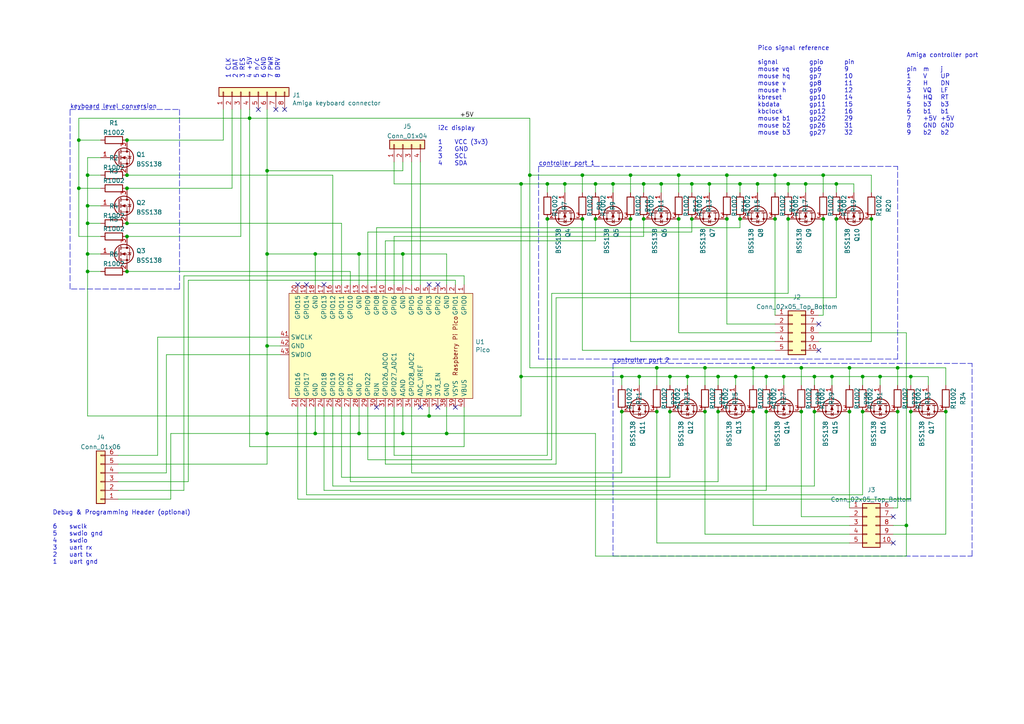
<source format=kicad_sch>
(kicad_sch (version 20211123) (generator eeschema)

  (uuid 10b0598c-8ff0-48b9-bb39-a57d3a9ae837)

  (paper "A4")

  (title_block
    (title "amiga keyboard adapter")
    (date "2022-02-14")
    (rev "2")
    (comment 1 "r3 should incorporate ti txb0108 in three banks")
    (comment 2 "please note: design uses fets in place of ic")
    (comment 4 "debug & programming header, display header optional")
  )

  (lib_symbols
    (symbol "Connector_Generic:Conn_01x04" (pin_names (offset 1.016) hide) (in_bom yes) (on_board yes)
      (property "Reference" "J" (id 0) (at 0 5.08 0)
        (effects (font (size 1.27 1.27)))
      )
      (property "Value" "Conn_01x04" (id 1) (at 0 -7.62 0)
        (effects (font (size 1.27 1.27)))
      )
      (property "Footprint" "" (id 2) (at 0 0 0)
        (effects (font (size 1.27 1.27)) hide)
      )
      (property "Datasheet" "~" (id 3) (at 0 0 0)
        (effects (font (size 1.27 1.27)) hide)
      )
      (property "ki_keywords" "connector" (id 4) (at 0 0 0)
        (effects (font (size 1.27 1.27)) hide)
      )
      (property "ki_description" "Generic connector, single row, 01x04, script generated (kicad-library-utils/schlib/autogen/connector/)" (id 5) (at 0 0 0)
        (effects (font (size 1.27 1.27)) hide)
      )
      (property "ki_fp_filters" "Connector*:*_1x??_*" (id 6) (at 0 0 0)
        (effects (font (size 1.27 1.27)) hide)
      )
      (symbol "Conn_01x04_1_1"
        (rectangle (start -1.27 -4.953) (end 0 -5.207)
          (stroke (width 0.1524) (type default) (color 0 0 0 0))
          (fill (type none))
        )
        (rectangle (start -1.27 -2.413) (end 0 -2.667)
          (stroke (width 0.1524) (type default) (color 0 0 0 0))
          (fill (type none))
        )
        (rectangle (start -1.27 0.127) (end 0 -0.127)
          (stroke (width 0.1524) (type default) (color 0 0 0 0))
          (fill (type none))
        )
        (rectangle (start -1.27 2.667) (end 0 2.413)
          (stroke (width 0.1524) (type default) (color 0 0 0 0))
          (fill (type none))
        )
        (rectangle (start -1.27 3.81) (end 1.27 -6.35)
          (stroke (width 0.254) (type default) (color 0 0 0 0))
          (fill (type background))
        )
        (pin passive line (at -5.08 2.54 0) (length 3.81)
          (name "Pin_1" (effects (font (size 1.27 1.27))))
          (number "1" (effects (font (size 1.27 1.27))))
        )
        (pin passive line (at -5.08 0 0) (length 3.81)
          (name "Pin_2" (effects (font (size 1.27 1.27))))
          (number "2" (effects (font (size 1.27 1.27))))
        )
        (pin passive line (at -5.08 -2.54 0) (length 3.81)
          (name "Pin_3" (effects (font (size 1.27 1.27))))
          (number "3" (effects (font (size 1.27 1.27))))
        )
        (pin passive line (at -5.08 -5.08 0) (length 3.81)
          (name "Pin_4" (effects (font (size 1.27 1.27))))
          (number "4" (effects (font (size 1.27 1.27))))
        )
      )
    )
    (symbol "Connector_Generic:Conn_01x06" (pin_names (offset 1.016) hide) (in_bom yes) (on_board yes)
      (property "Reference" "J" (id 0) (at 0 7.62 0)
        (effects (font (size 1.27 1.27)))
      )
      (property "Value" "Conn_01x06" (id 1) (at 0 -10.16 0)
        (effects (font (size 1.27 1.27)))
      )
      (property "Footprint" "" (id 2) (at 0 0 0)
        (effects (font (size 1.27 1.27)) hide)
      )
      (property "Datasheet" "~" (id 3) (at 0 0 0)
        (effects (font (size 1.27 1.27)) hide)
      )
      (property "ki_keywords" "connector" (id 4) (at 0 0 0)
        (effects (font (size 1.27 1.27)) hide)
      )
      (property "ki_description" "Generic connector, single row, 01x06, script generated (kicad-library-utils/schlib/autogen/connector/)" (id 5) (at 0 0 0)
        (effects (font (size 1.27 1.27)) hide)
      )
      (property "ki_fp_filters" "Connector*:*_1x??_*" (id 6) (at 0 0 0)
        (effects (font (size 1.27 1.27)) hide)
      )
      (symbol "Conn_01x06_1_1"
        (rectangle (start -1.27 -7.493) (end 0 -7.747)
          (stroke (width 0.1524) (type default) (color 0 0 0 0))
          (fill (type none))
        )
        (rectangle (start -1.27 -4.953) (end 0 -5.207)
          (stroke (width 0.1524) (type default) (color 0 0 0 0))
          (fill (type none))
        )
        (rectangle (start -1.27 -2.413) (end 0 -2.667)
          (stroke (width 0.1524) (type default) (color 0 0 0 0))
          (fill (type none))
        )
        (rectangle (start -1.27 0.127) (end 0 -0.127)
          (stroke (width 0.1524) (type default) (color 0 0 0 0))
          (fill (type none))
        )
        (rectangle (start -1.27 2.667) (end 0 2.413)
          (stroke (width 0.1524) (type default) (color 0 0 0 0))
          (fill (type none))
        )
        (rectangle (start -1.27 5.207) (end 0 4.953)
          (stroke (width 0.1524) (type default) (color 0 0 0 0))
          (fill (type none))
        )
        (rectangle (start -1.27 6.35) (end 1.27 -8.89)
          (stroke (width 0.254) (type default) (color 0 0 0 0))
          (fill (type background))
        )
        (pin passive line (at -5.08 5.08 0) (length 3.81)
          (name "Pin_1" (effects (font (size 1.27 1.27))))
          (number "1" (effects (font (size 1.27 1.27))))
        )
        (pin passive line (at -5.08 2.54 0) (length 3.81)
          (name "Pin_2" (effects (font (size 1.27 1.27))))
          (number "2" (effects (font (size 1.27 1.27))))
        )
        (pin passive line (at -5.08 0 0) (length 3.81)
          (name "Pin_3" (effects (font (size 1.27 1.27))))
          (number "3" (effects (font (size 1.27 1.27))))
        )
        (pin passive line (at -5.08 -2.54 0) (length 3.81)
          (name "Pin_4" (effects (font (size 1.27 1.27))))
          (number "4" (effects (font (size 1.27 1.27))))
        )
        (pin passive line (at -5.08 -5.08 0) (length 3.81)
          (name "Pin_5" (effects (font (size 1.27 1.27))))
          (number "5" (effects (font (size 1.27 1.27))))
        )
        (pin passive line (at -5.08 -7.62 0) (length 3.81)
          (name "Pin_6" (effects (font (size 1.27 1.27))))
          (number "6" (effects (font (size 1.27 1.27))))
        )
      )
    )
    (symbol "Connector_Generic:Conn_01x08" (pin_names (offset 1.016) hide) (in_bom yes) (on_board yes)
      (property "Reference" "J" (id 0) (at 0 10.16 0)
        (effects (font (size 1.27 1.27)))
      )
      (property "Value" "Conn_01x08" (id 1) (at 0 -12.7 0)
        (effects (font (size 1.27 1.27)))
      )
      (property "Footprint" "" (id 2) (at 0 0 0)
        (effects (font (size 1.27 1.27)) hide)
      )
      (property "Datasheet" "~" (id 3) (at 0 0 0)
        (effects (font (size 1.27 1.27)) hide)
      )
      (property "ki_keywords" "connector" (id 4) (at 0 0 0)
        (effects (font (size 1.27 1.27)) hide)
      )
      (property "ki_description" "Generic connector, single row, 01x08, script generated (kicad-library-utils/schlib/autogen/connector/)" (id 5) (at 0 0 0)
        (effects (font (size 1.27 1.27)) hide)
      )
      (property "ki_fp_filters" "Connector*:*_1x??_*" (id 6) (at 0 0 0)
        (effects (font (size 1.27 1.27)) hide)
      )
      (symbol "Conn_01x08_1_1"
        (rectangle (start -1.27 -10.033) (end 0 -10.287)
          (stroke (width 0.1524) (type default) (color 0 0 0 0))
          (fill (type none))
        )
        (rectangle (start -1.27 -7.493) (end 0 -7.747)
          (stroke (width 0.1524) (type default) (color 0 0 0 0))
          (fill (type none))
        )
        (rectangle (start -1.27 -4.953) (end 0 -5.207)
          (stroke (width 0.1524) (type default) (color 0 0 0 0))
          (fill (type none))
        )
        (rectangle (start -1.27 -2.413) (end 0 -2.667)
          (stroke (width 0.1524) (type default) (color 0 0 0 0))
          (fill (type none))
        )
        (rectangle (start -1.27 0.127) (end 0 -0.127)
          (stroke (width 0.1524) (type default) (color 0 0 0 0))
          (fill (type none))
        )
        (rectangle (start -1.27 2.667) (end 0 2.413)
          (stroke (width 0.1524) (type default) (color 0 0 0 0))
          (fill (type none))
        )
        (rectangle (start -1.27 5.207) (end 0 4.953)
          (stroke (width 0.1524) (type default) (color 0 0 0 0))
          (fill (type none))
        )
        (rectangle (start -1.27 7.747) (end 0 7.493)
          (stroke (width 0.1524) (type default) (color 0 0 0 0))
          (fill (type none))
        )
        (rectangle (start -1.27 8.89) (end 1.27 -11.43)
          (stroke (width 0.254) (type default) (color 0 0 0 0))
          (fill (type background))
        )
        (pin passive line (at -5.08 7.62 0) (length 3.81)
          (name "Pin_1" (effects (font (size 1.27 1.27))))
          (number "1" (effects (font (size 1.27 1.27))))
        )
        (pin passive line (at -5.08 5.08 0) (length 3.81)
          (name "Pin_2" (effects (font (size 1.27 1.27))))
          (number "2" (effects (font (size 1.27 1.27))))
        )
        (pin passive line (at -5.08 2.54 0) (length 3.81)
          (name "Pin_3" (effects (font (size 1.27 1.27))))
          (number "3" (effects (font (size 1.27 1.27))))
        )
        (pin passive line (at -5.08 0 0) (length 3.81)
          (name "Pin_4" (effects (font (size 1.27 1.27))))
          (number "4" (effects (font (size 1.27 1.27))))
        )
        (pin passive line (at -5.08 -2.54 0) (length 3.81)
          (name "Pin_5" (effects (font (size 1.27 1.27))))
          (number "5" (effects (font (size 1.27 1.27))))
        )
        (pin passive line (at -5.08 -5.08 0) (length 3.81)
          (name "Pin_6" (effects (font (size 1.27 1.27))))
          (number "6" (effects (font (size 1.27 1.27))))
        )
        (pin passive line (at -5.08 -7.62 0) (length 3.81)
          (name "Pin_7" (effects (font (size 1.27 1.27))))
          (number "7" (effects (font (size 1.27 1.27))))
        )
        (pin passive line (at -5.08 -10.16 0) (length 3.81)
          (name "Pin_8" (effects (font (size 1.27 1.27))))
          (number "8" (effects (font (size 1.27 1.27))))
        )
      )
    )
    (symbol "Connector_Generic:Conn_02x05_Top_Bottom" (pin_names (offset 1.016) hide) (in_bom yes) (on_board yes)
      (property "Reference" "J" (id 0) (at 1.27 7.62 0)
        (effects (font (size 1.27 1.27)))
      )
      (property "Value" "Conn_02x05_Top_Bottom" (id 1) (at 1.27 -7.62 0)
        (effects (font (size 1.27 1.27)))
      )
      (property "Footprint" "" (id 2) (at 0 0 0)
        (effects (font (size 1.27 1.27)) hide)
      )
      (property "Datasheet" "~" (id 3) (at 0 0 0)
        (effects (font (size 1.27 1.27)) hide)
      )
      (property "ki_keywords" "connector" (id 4) (at 0 0 0)
        (effects (font (size 1.27 1.27)) hide)
      )
      (property "ki_description" "Generic connector, double row, 02x05, top/bottom pin numbering scheme (row 1: 1...pins_per_row, row2: pins_per_row+1 ... num_pins), script generated (kicad-library-utils/schlib/autogen/connector/)" (id 5) (at 0 0 0)
        (effects (font (size 1.27 1.27)) hide)
      )
      (property "ki_fp_filters" "Connector*:*_2x??_*" (id 6) (at 0 0 0)
        (effects (font (size 1.27 1.27)) hide)
      )
      (symbol "Conn_02x05_Top_Bottom_1_1"
        (rectangle (start -1.27 -4.953) (end 0 -5.207)
          (stroke (width 0.1524) (type default) (color 0 0 0 0))
          (fill (type none))
        )
        (rectangle (start -1.27 -2.413) (end 0 -2.667)
          (stroke (width 0.1524) (type default) (color 0 0 0 0))
          (fill (type none))
        )
        (rectangle (start -1.27 0.127) (end 0 -0.127)
          (stroke (width 0.1524) (type default) (color 0 0 0 0))
          (fill (type none))
        )
        (rectangle (start -1.27 2.667) (end 0 2.413)
          (stroke (width 0.1524) (type default) (color 0 0 0 0))
          (fill (type none))
        )
        (rectangle (start -1.27 5.207) (end 0 4.953)
          (stroke (width 0.1524) (type default) (color 0 0 0 0))
          (fill (type none))
        )
        (rectangle (start -1.27 6.35) (end 3.81 -6.35)
          (stroke (width 0.254) (type default) (color 0 0 0 0))
          (fill (type background))
        )
        (rectangle (start 3.81 -4.953) (end 2.54 -5.207)
          (stroke (width 0.1524) (type default) (color 0 0 0 0))
          (fill (type none))
        )
        (rectangle (start 3.81 -2.413) (end 2.54 -2.667)
          (stroke (width 0.1524) (type default) (color 0 0 0 0))
          (fill (type none))
        )
        (rectangle (start 3.81 0.127) (end 2.54 -0.127)
          (stroke (width 0.1524) (type default) (color 0 0 0 0))
          (fill (type none))
        )
        (rectangle (start 3.81 2.667) (end 2.54 2.413)
          (stroke (width 0.1524) (type default) (color 0 0 0 0))
          (fill (type none))
        )
        (rectangle (start 3.81 5.207) (end 2.54 4.953)
          (stroke (width 0.1524) (type default) (color 0 0 0 0))
          (fill (type none))
        )
        (pin passive line (at -5.08 5.08 0) (length 3.81)
          (name "Pin_1" (effects (font (size 1.27 1.27))))
          (number "1" (effects (font (size 1.27 1.27))))
        )
        (pin passive line (at 7.62 -5.08 180) (length 3.81)
          (name "Pin_10" (effects (font (size 1.27 1.27))))
          (number "10" (effects (font (size 1.27 1.27))))
        )
        (pin passive line (at -5.08 2.54 0) (length 3.81)
          (name "Pin_2" (effects (font (size 1.27 1.27))))
          (number "2" (effects (font (size 1.27 1.27))))
        )
        (pin passive line (at -5.08 0 0) (length 3.81)
          (name "Pin_3" (effects (font (size 1.27 1.27))))
          (number "3" (effects (font (size 1.27 1.27))))
        )
        (pin passive line (at -5.08 -2.54 0) (length 3.81)
          (name "Pin_4" (effects (font (size 1.27 1.27))))
          (number "4" (effects (font (size 1.27 1.27))))
        )
        (pin passive line (at -5.08 -5.08 0) (length 3.81)
          (name "Pin_5" (effects (font (size 1.27 1.27))))
          (number "5" (effects (font (size 1.27 1.27))))
        )
        (pin passive line (at 7.62 5.08 180) (length 3.81)
          (name "Pin_6" (effects (font (size 1.27 1.27))))
          (number "6" (effects (font (size 1.27 1.27))))
        )
        (pin passive line (at 7.62 2.54 180) (length 3.81)
          (name "Pin_7" (effects (font (size 1.27 1.27))))
          (number "7" (effects (font (size 1.27 1.27))))
        )
        (pin passive line (at 7.62 0 180) (length 3.81)
          (name "Pin_8" (effects (font (size 1.27 1.27))))
          (number "8" (effects (font (size 1.27 1.27))))
        )
        (pin passive line (at 7.62 -2.54 180) (length 3.81)
          (name "Pin_9" (effects (font (size 1.27 1.27))))
          (number "9" (effects (font (size 1.27 1.27))))
        )
      )
    )
    (symbol "Device:R" (pin_numbers hide) (pin_names (offset 0)) (in_bom yes) (on_board yes)
      (property "Reference" "R" (id 0) (at 2.032 0 90)
        (effects (font (size 1.27 1.27)))
      )
      (property "Value" "R" (id 1) (at 0 0 90)
        (effects (font (size 1.27 1.27)))
      )
      (property "Footprint" "" (id 2) (at -1.778 0 90)
        (effects (font (size 1.27 1.27)) hide)
      )
      (property "Datasheet" "~" (id 3) (at 0 0 0)
        (effects (font (size 1.27 1.27)) hide)
      )
      (property "ki_keywords" "R res resistor" (id 4) (at 0 0 0)
        (effects (font (size 1.27 1.27)) hide)
      )
      (property "ki_description" "Resistor" (id 5) (at 0 0 0)
        (effects (font (size 1.27 1.27)) hide)
      )
      (property "ki_fp_filters" "R_*" (id 6) (at 0 0 0)
        (effects (font (size 1.27 1.27)) hide)
      )
      (symbol "R_0_1"
        (rectangle (start -1.016 -2.54) (end 1.016 2.54)
          (stroke (width 0.254) (type default) (color 0 0 0 0))
          (fill (type none))
        )
      )
      (symbol "R_1_1"
        (pin passive line (at 0 3.81 270) (length 1.27)
          (name "~" (effects (font (size 1.27 1.27))))
          (number "1" (effects (font (size 1.27 1.27))))
        )
        (pin passive line (at 0 -3.81 90) (length 1.27)
          (name "~" (effects (font (size 1.27 1.27))))
          (number "2" (effects (font (size 1.27 1.27))))
        )
      )
    )
    (symbol "MCU_RaspberryPi_and_Boards:Pico" (in_bom yes) (on_board yes)
      (property "Reference" "U" (id 0) (at -13.97 27.94 0)
        (effects (font (size 1.27 1.27)))
      )
      (property "Value" "MCU_RaspberryPi_and_Boards_Pico" (id 1) (at 0 19.05 0)
        (effects (font (size 1.27 1.27)))
      )
      (property "Footprint" "RPi_Pico:RPi_Pico_SMD_TH" (id 2) (at 0 0 90)
        (effects (font (size 1.27 1.27)) hide)
      )
      (property "Datasheet" "" (id 3) (at 0 0 0)
        (effects (font (size 1.27 1.27)) hide)
      )
      (symbol "Pico_0_0"
        (text "Raspberry Pi Pico" (at 0 21.59 0)
          (effects (font (size 1.27 1.27)))
        )
      )
      (symbol "Pico_0_1"
        (rectangle (start -15.24 26.67) (end 15.24 -26.67)
          (stroke (width 0) (type default) (color 0 0 0 0))
          (fill (type background))
        )
      )
      (symbol "Pico_1_1"
        (pin bidirectional line (at -17.78 24.13 0) (length 2.54)
          (name "GPIO0" (effects (font (size 1.27 1.27))))
          (number "1" (effects (font (size 1.27 1.27))))
        )
        (pin bidirectional line (at -17.78 1.27 0) (length 2.54)
          (name "GPIO7" (effects (font (size 1.27 1.27))))
          (number "10" (effects (font (size 1.27 1.27))))
        )
        (pin bidirectional line (at -17.78 -1.27 0) (length 2.54)
          (name "GPIO8" (effects (font (size 1.27 1.27))))
          (number "11" (effects (font (size 1.27 1.27))))
        )
        (pin bidirectional line (at -17.78 -3.81 0) (length 2.54)
          (name "GPIO9" (effects (font (size 1.27 1.27))))
          (number "12" (effects (font (size 1.27 1.27))))
        )
        (pin power_in line (at -17.78 -6.35 0) (length 2.54)
          (name "GND" (effects (font (size 1.27 1.27))))
          (number "13" (effects (font (size 1.27 1.27))))
        )
        (pin bidirectional line (at -17.78 -8.89 0) (length 2.54)
          (name "GPIO10" (effects (font (size 1.27 1.27))))
          (number "14" (effects (font (size 1.27 1.27))))
        )
        (pin bidirectional line (at -17.78 -11.43 0) (length 2.54)
          (name "GPIO11" (effects (font (size 1.27 1.27))))
          (number "15" (effects (font (size 1.27 1.27))))
        )
        (pin bidirectional line (at -17.78 -13.97 0) (length 2.54)
          (name "GPIO12" (effects (font (size 1.27 1.27))))
          (number "16" (effects (font (size 1.27 1.27))))
        )
        (pin bidirectional line (at -17.78 -16.51 0) (length 2.54)
          (name "GPIO13" (effects (font (size 1.27 1.27))))
          (number "17" (effects (font (size 1.27 1.27))))
        )
        (pin power_in line (at -17.78 -19.05 0) (length 2.54)
          (name "GND" (effects (font (size 1.27 1.27))))
          (number "18" (effects (font (size 1.27 1.27))))
        )
        (pin bidirectional line (at -17.78 -21.59 0) (length 2.54)
          (name "GPIO14" (effects (font (size 1.27 1.27))))
          (number "19" (effects (font (size 1.27 1.27))))
        )
        (pin bidirectional line (at -17.78 21.59 0) (length 2.54)
          (name "GPIO1" (effects (font (size 1.27 1.27))))
          (number "2" (effects (font (size 1.27 1.27))))
        )
        (pin bidirectional line (at -17.78 -24.13 0) (length 2.54)
          (name "GPIO15" (effects (font (size 1.27 1.27))))
          (number "20" (effects (font (size 1.27 1.27))))
        )
        (pin bidirectional line (at 17.78 -24.13 180) (length 2.54)
          (name "GPIO16" (effects (font (size 1.27 1.27))))
          (number "21" (effects (font (size 1.27 1.27))))
        )
        (pin bidirectional line (at 17.78 -21.59 180) (length 2.54)
          (name "GPIO17" (effects (font (size 1.27 1.27))))
          (number "22" (effects (font (size 1.27 1.27))))
        )
        (pin power_in line (at 17.78 -19.05 180) (length 2.54)
          (name "GND" (effects (font (size 1.27 1.27))))
          (number "23" (effects (font (size 1.27 1.27))))
        )
        (pin bidirectional line (at 17.78 -16.51 180) (length 2.54)
          (name "GPIO18" (effects (font (size 1.27 1.27))))
          (number "24" (effects (font (size 1.27 1.27))))
        )
        (pin bidirectional line (at 17.78 -13.97 180) (length 2.54)
          (name "GPIO19" (effects (font (size 1.27 1.27))))
          (number "25" (effects (font (size 1.27 1.27))))
        )
        (pin bidirectional line (at 17.78 -11.43 180) (length 2.54)
          (name "GPIO20" (effects (font (size 1.27 1.27))))
          (number "26" (effects (font (size 1.27 1.27))))
        )
        (pin bidirectional line (at 17.78 -8.89 180) (length 2.54)
          (name "GPIO21" (effects (font (size 1.27 1.27))))
          (number "27" (effects (font (size 1.27 1.27))))
        )
        (pin power_in line (at 17.78 -6.35 180) (length 2.54)
          (name "GND" (effects (font (size 1.27 1.27))))
          (number "28" (effects (font (size 1.27 1.27))))
        )
        (pin bidirectional line (at 17.78 -3.81 180) (length 2.54)
          (name "GPIO22" (effects (font (size 1.27 1.27))))
          (number "29" (effects (font (size 1.27 1.27))))
        )
        (pin power_in line (at -17.78 19.05 0) (length 2.54)
          (name "GND" (effects (font (size 1.27 1.27))))
          (number "3" (effects (font (size 1.27 1.27))))
        )
        (pin input line (at 17.78 -1.27 180) (length 2.54)
          (name "RUN" (effects (font (size 1.27 1.27))))
          (number "30" (effects (font (size 1.27 1.27))))
        )
        (pin bidirectional line (at 17.78 1.27 180) (length 2.54)
          (name "GPIO26_ADC0" (effects (font (size 1.27 1.27))))
          (number "31" (effects (font (size 1.27 1.27))))
        )
        (pin bidirectional line (at 17.78 3.81 180) (length 2.54)
          (name "GPIO27_ADC1" (effects (font (size 1.27 1.27))))
          (number "32" (effects (font (size 1.27 1.27))))
        )
        (pin power_in line (at 17.78 6.35 180) (length 2.54)
          (name "AGND" (effects (font (size 1.27 1.27))))
          (number "33" (effects (font (size 1.27 1.27))))
        )
        (pin bidirectional line (at 17.78 8.89 180) (length 2.54)
          (name "GPIO28_ADC2" (effects (font (size 1.27 1.27))))
          (number "34" (effects (font (size 1.27 1.27))))
        )
        (pin power_in line (at 17.78 11.43 180) (length 2.54)
          (name "ADC_VREF" (effects (font (size 1.27 1.27))))
          (number "35" (effects (font (size 1.27 1.27))))
        )
        (pin power_in line (at 17.78 13.97 180) (length 2.54)
          (name "3V3" (effects (font (size 1.27 1.27))))
          (number "36" (effects (font (size 1.27 1.27))))
        )
        (pin input line (at 17.78 16.51 180) (length 2.54)
          (name "3V3_EN" (effects (font (size 1.27 1.27))))
          (number "37" (effects (font (size 1.27 1.27))))
        )
        (pin bidirectional line (at 17.78 19.05 180) (length 2.54)
          (name "GND" (effects (font (size 1.27 1.27))))
          (number "38" (effects (font (size 1.27 1.27))))
        )
        (pin power_in line (at 17.78 21.59 180) (length 2.54)
          (name "VSYS" (effects (font (size 1.27 1.27))))
          (number "39" (effects (font (size 1.27 1.27))))
        )
        (pin bidirectional line (at -17.78 16.51 0) (length 2.54)
          (name "GPIO2" (effects (font (size 1.27 1.27))))
          (number "4" (effects (font (size 1.27 1.27))))
        )
        (pin power_in line (at 17.78 24.13 180) (length 2.54)
          (name "VBUS" (effects (font (size 1.27 1.27))))
          (number "40" (effects (font (size 1.27 1.27))))
        )
        (pin input line (at -2.54 -29.21 90) (length 2.54)
          (name "SWCLK" (effects (font (size 1.27 1.27))))
          (number "41" (effects (font (size 1.27 1.27))))
        )
        (pin power_in line (at 0 -29.21 90) (length 2.54)
          (name "GND" (effects (font (size 1.27 1.27))))
          (number "42" (effects (font (size 1.27 1.27))))
        )
        (pin bidirectional line (at 2.54 -29.21 90) (length 2.54)
          (name "SWDIO" (effects (font (size 1.27 1.27))))
          (number "43" (effects (font (size 1.27 1.27))))
        )
        (pin bidirectional line (at -17.78 13.97 0) (length 2.54)
          (name "GPIO3" (effects (font (size 1.27 1.27))))
          (number "5" (effects (font (size 1.27 1.27))))
        )
        (pin bidirectional line (at -17.78 11.43 0) (length 2.54)
          (name "GPIO4" (effects (font (size 1.27 1.27))))
          (number "6" (effects (font (size 1.27 1.27))))
        )
        (pin bidirectional line (at -17.78 8.89 0) (length 2.54)
          (name "GPIO5" (effects (font (size 1.27 1.27))))
          (number "7" (effects (font (size 1.27 1.27))))
        )
        (pin power_in line (at -17.78 6.35 0) (length 2.54)
          (name "GND" (effects (font (size 1.27 1.27))))
          (number "8" (effects (font (size 1.27 1.27))))
        )
        (pin bidirectional line (at -17.78 3.81 0) (length 2.54)
          (name "GPIO6" (effects (font (size 1.27 1.27))))
          (number "9" (effects (font (size 1.27 1.27))))
        )
      )
    )
    (symbol "Transistor_FET:BSS138" (pin_names hide) (in_bom yes) (on_board yes)
      (property "Reference" "Q" (id 0) (at 5.08 1.905 0)
        (effects (font (size 1.27 1.27)) (justify left))
      )
      (property "Value" "BSS138" (id 1) (at 5.08 0 0)
        (effects (font (size 1.27 1.27)) (justify left))
      )
      (property "Footprint" "Package_TO_SOT_SMD:SOT-23" (id 2) (at 5.08 -1.905 0)
        (effects (font (size 1.27 1.27) italic) (justify left) hide)
      )
      (property "Datasheet" "https://www.onsemi.com/pub/Collateral/BSS138-D.PDF" (id 3) (at 0 0 0)
        (effects (font (size 1.27 1.27)) (justify left) hide)
      )
      (property "ki_keywords" "N-Channel MOSFET" (id 4) (at 0 0 0)
        (effects (font (size 1.27 1.27)) hide)
      )
      (property "ki_description" "50V Vds, 0.22A Id, N-Channel MOSFET, SOT-23" (id 5) (at 0 0 0)
        (effects (font (size 1.27 1.27)) hide)
      )
      (property "ki_fp_filters" "SOT?23*" (id 6) (at 0 0 0)
        (effects (font (size 1.27 1.27)) hide)
      )
      (symbol "BSS138_0_1"
        (polyline
          (pts
            (xy 0.254 0)
            (xy -2.54 0)
          )
          (stroke (width 0) (type default) (color 0 0 0 0))
          (fill (type none))
        )
        (polyline
          (pts
            (xy 0.254 1.905)
            (xy 0.254 -1.905)
          )
          (stroke (width 0.254) (type default) (color 0 0 0 0))
          (fill (type none))
        )
        (polyline
          (pts
            (xy 0.762 -1.27)
            (xy 0.762 -2.286)
          )
          (stroke (width 0.254) (type default) (color 0 0 0 0))
          (fill (type none))
        )
        (polyline
          (pts
            (xy 0.762 0.508)
            (xy 0.762 -0.508)
          )
          (stroke (width 0.254) (type default) (color 0 0 0 0))
          (fill (type none))
        )
        (polyline
          (pts
            (xy 0.762 2.286)
            (xy 0.762 1.27)
          )
          (stroke (width 0.254) (type default) (color 0 0 0 0))
          (fill (type none))
        )
        (polyline
          (pts
            (xy 2.54 2.54)
            (xy 2.54 1.778)
          )
          (stroke (width 0) (type default) (color 0 0 0 0))
          (fill (type none))
        )
        (polyline
          (pts
            (xy 2.54 -2.54)
            (xy 2.54 0)
            (xy 0.762 0)
          )
          (stroke (width 0) (type default) (color 0 0 0 0))
          (fill (type none))
        )
        (polyline
          (pts
            (xy 0.762 -1.778)
            (xy 3.302 -1.778)
            (xy 3.302 1.778)
            (xy 0.762 1.778)
          )
          (stroke (width 0) (type default) (color 0 0 0 0))
          (fill (type none))
        )
        (polyline
          (pts
            (xy 1.016 0)
            (xy 2.032 0.381)
            (xy 2.032 -0.381)
            (xy 1.016 0)
          )
          (stroke (width 0) (type default) (color 0 0 0 0))
          (fill (type outline))
        )
        (polyline
          (pts
            (xy 2.794 0.508)
            (xy 2.921 0.381)
            (xy 3.683 0.381)
            (xy 3.81 0.254)
          )
          (stroke (width 0) (type default) (color 0 0 0 0))
          (fill (type none))
        )
        (polyline
          (pts
            (xy 3.302 0.381)
            (xy 2.921 -0.254)
            (xy 3.683 -0.254)
            (xy 3.302 0.381)
          )
          (stroke (width 0) (type default) (color 0 0 0 0))
          (fill (type none))
        )
        (circle (center 1.651 0) (radius 2.794)
          (stroke (width 0.254) (type default) (color 0 0 0 0))
          (fill (type none))
        )
        (circle (center 2.54 -1.778) (radius 0.254)
          (stroke (width 0) (type default) (color 0 0 0 0))
          (fill (type outline))
        )
        (circle (center 2.54 1.778) (radius 0.254)
          (stroke (width 0) (type default) (color 0 0 0 0))
          (fill (type outline))
        )
      )
      (symbol "BSS138_1_1"
        (pin input line (at -5.08 0 0) (length 2.54)
          (name "G" (effects (font (size 1.27 1.27))))
          (number "1" (effects (font (size 1.27 1.27))))
        )
        (pin passive line (at 2.54 -5.08 90) (length 2.54)
          (name "S" (effects (font (size 1.27 1.27))))
          (number "2" (effects (font (size 1.27 1.27))))
        )
        (pin passive line (at 2.54 5.08 270) (length 2.54)
          (name "D" (effects (font (size 1.27 1.27))))
          (number "3" (effects (font (size 1.27 1.27))))
        )
      )
    )
  )

  (junction (at 177.8 53.34) (diameter 0) (color 0 0 0 0)
    (uuid 002b08b0-bbdd-4e93-ae95-9a8df8e6dbb8)
  )
  (junction (at 172.72 63.5) (diameter 0) (color 0 0 0 0)
    (uuid 017e6cc9-3451-4f27-9b20-47573eabff30)
  )
  (junction (at 264.16 119.38) (diameter 0) (color 0 0 0 0)
    (uuid 07c90cfe-8060-452a-89fd-3ac88f6e4748)
  )
  (junction (at 190.5 119.38) (diameter 0) (color 0 0 0 0)
    (uuid 08c4a134-edd3-4cf0-aa8a-664eadcb9bef)
  )
  (junction (at 104.14 125.73) (diameter 0) (color 0 0 0 0)
    (uuid 08d81351-18f5-4d83-b732-11af6d25a8ec)
  )
  (junction (at 182.88 63.5) (diameter 0) (color 0 0 0 0)
    (uuid 09300dcb-8d7f-44ce-8b95-e45f4df7e127)
  )
  (junction (at 25.4 73.66) (diameter 0) (color 0 0 0 0)
    (uuid 0a96f180-49d7-487c-99ea-1f716071b5b3)
  )
  (junction (at 242.57 63.5) (diameter 0) (color 0 0 0 0)
    (uuid 0c38402a-8bfa-4685-8a67-49601837c2de)
  )
  (junction (at 168.91 50.8) (diameter 0) (color 0 0 0 0)
    (uuid 0d95930f-791c-43bd-9a16-ae56ae605011)
  )
  (junction (at 210.82 50.8) (diameter 0) (color 0 0 0 0)
    (uuid 0f584696-ce64-4cc2-816e-cb292c911202)
  )
  (junction (at 91.44 125.73) (diameter 0) (color 0 0 0 0)
    (uuid 130910c4-1589-41ef-a039-52ba716c14f5)
  )
  (junction (at 124.46 120.65) (diameter 0) (color 0 0 0 0)
    (uuid 157ade96-64a0-4c2a-9433-a9e9db08f3e3)
  )
  (junction (at 232.41 119.38) (diameter 0) (color 0 0 0 0)
    (uuid 167c956f-ecdd-442e-9efa-7550794844f2)
  )
  (junction (at 151.13 109.22) (diameter 0) (color 0 0 0 0)
    (uuid 1777ff5e-17e9-407e-8f43-8ea3f658055b)
  )
  (junction (at 222.25 119.38) (diameter 0) (color 0 0 0 0)
    (uuid 1ac32215-ab2b-447c-9a22-cc506d753a2f)
  )
  (junction (at 116.84 125.73) (diameter 0) (color 0 0 0 0)
    (uuid 1cc8c667-1b2f-4fe0-a6ee-aed92bc0058f)
  )
  (junction (at 180.34 109.22) (diameter 0) (color 0 0 0 0)
    (uuid 1cf40936-d291-4c1c-9127-660ee5f55bd8)
  )
  (junction (at 205.74 53.34) (diameter 0) (color 0 0 0 0)
    (uuid 1d185565-cf40-488b-82be-0eef52c87ff2)
  )
  (junction (at 194.31 119.38) (diameter 0) (color 0 0 0 0)
    (uuid 21a5dec6-98ad-4fa9-a9e8-f435c2da80ed)
  )
  (junction (at 77.47 49.53) (diameter 0) (color 0 0 0 0)
    (uuid 2865a162-e681-46b4-91a4-bf58639efd57)
  )
  (junction (at 153.67 50.8) (diameter 0) (color 0 0 0 0)
    (uuid 288c406a-6444-4495-915c-c9fda91de653)
  )
  (junction (at 172.72 53.34) (diameter 0) (color 0 0 0 0)
    (uuid 28a30b7a-79b4-482c-aaec-4a2b82af4a78)
  )
  (junction (at 25.4 78.74) (diameter 0) (color 0 0 0 0)
    (uuid 28db34a2-4117-4881-b6c6-9f90c45e19e2)
  )
  (junction (at 158.75 53.34) (diameter 0) (color 0 0 0 0)
    (uuid 2922d909-6d4c-4a9b-b5b9-bfa6becbd931)
  )
  (junction (at 242.57 53.34) (diameter 0) (color 0 0 0 0)
    (uuid 29d5ec1e-2a3d-4c34-ac12-97da36e9a4f5)
  )
  (junction (at 260.35 119.38) (diameter 0) (color 0 0 0 0)
    (uuid 2b55bf9d-697c-4139-864c-50137a4c5f1f)
  )
  (junction (at 194.31 109.22) (diameter 0) (color 0 0 0 0)
    (uuid 2c23aa01-673e-4f34-9be7-09d2cd0bf590)
  )
  (junction (at 186.69 53.34) (diameter 0) (color 0 0 0 0)
    (uuid 2e472f3d-f5bc-4de9-b268-378fdb090629)
  )
  (junction (at 228.6 53.34) (diameter 0) (color 0 0 0 0)
    (uuid 31f74f59-f45c-478c-b868-fb79cbab586b)
  )
  (junction (at 224.79 63.5) (diameter 0) (color 0 0 0 0)
    (uuid 34bc9c3c-ff98-439c-aaf1-8edfa80c0b98)
  )
  (junction (at 200.66 63.5) (diameter 0) (color 0 0 0 0)
    (uuid 3bc47dea-4f2f-4f83-8da0-facb6fda5dcc)
  )
  (junction (at 218.44 119.38) (diameter 0) (color 0 0 0 0)
    (uuid 40bb6801-0e9f-4762-8c96-5815417936e3)
  )
  (junction (at 241.3 109.22) (diameter 0) (color 0 0 0 0)
    (uuid 42bc49ee-d496-4262-ab0f-4c3f6dc10fe4)
  )
  (junction (at 260.35 106.68) (diameter 0) (color 0 0 0 0)
    (uuid 43365531-b846-47cf-9701-cfa781a827c5)
  )
  (junction (at 204.47 106.68) (diameter 0) (color 0 0 0 0)
    (uuid 45576dd3-f80d-44db-93c9-6bb670769e8e)
  )
  (junction (at 151.13 53.34) (diameter 0) (color 0 0 0 0)
    (uuid 467eb9de-d178-491c-a7f9-28c31a6342f4)
  )
  (junction (at 25.4 64.77) (diameter 0) (color 0 0 0 0)
    (uuid 4c1153ab-3206-449c-a89a-46b4ac69ff08)
  )
  (junction (at 190.5 106.68) (diameter 0) (color 0 0 0 0)
    (uuid 4f29f9a1-7556-4764-937c-54be4e776380)
  )
  (junction (at 25.4 59.69) (diameter 0) (color 0 0 0 0)
    (uuid 56b81f62-6c07-4e91-be31-3999adff4301)
  )
  (junction (at 246.38 119.38) (diameter 0) (color 0 0 0 0)
    (uuid 580aebe3-4b30-4381-b36a-585649a642c2)
  )
  (junction (at 91.44 73.66) (diameter 0) (color 0 0 0 0)
    (uuid 59117f71-aa2c-4c3b-852f-296f523d57bc)
  )
  (junction (at 129.54 125.73) (diameter 0) (color 0 0 0 0)
    (uuid 5aa70a12-f22e-43da-8a31-da5e8df29293)
  )
  (junction (at 25.4 50.8) (diameter 0) (color 0 0 0 0)
    (uuid 5d9d1281-48bd-48e4-b9fb-f6c1097a5b9e)
  )
  (junction (at 180.34 119.38) (diameter 0) (color 0 0 0 0)
    (uuid 6268c6e8-95b3-4e59-aeae-94120a350bd4)
  )
  (junction (at 77.47 73.66) (diameter 0) (color 0 0 0 0)
    (uuid 646095c1-d6ab-4f3f-9920-a8df3c961c45)
  )
  (junction (at 36.83 40.64) (diameter 0) (color 0 0 0 0)
    (uuid 683991df-a5fd-478e-8c9f-83a723f0f63f)
  )
  (junction (at 77.47 100.33) (diameter 0) (color 0 0 0 0)
    (uuid 6d0197cf-bef2-489b-9d0d-f3f6a9d10161)
  )
  (junction (at 222.25 109.22) (diameter 0) (color 0 0 0 0)
    (uuid 6e537c2f-2e50-48f8-b814-782a289d0ba0)
  )
  (junction (at 246.38 106.68) (diameter 0) (color 0 0 0 0)
    (uuid 6f94cf31-8344-40ee-93d2-b0b49c3316b9)
  )
  (junction (at 227.33 109.22) (diameter 0) (color 0 0 0 0)
    (uuid 72687720-f36c-44da-963a-de2d8f9205ac)
  )
  (junction (at 36.83 50.8) (diameter 0) (color 0 0 0 0)
    (uuid 73c293f2-9ec3-48b3-9969-738adf6202b2)
  )
  (junction (at 214.63 63.5) (diameter 0) (color 0 0 0 0)
    (uuid 74df9b45-bd91-417c-a06b-35b765dac865)
  )
  (junction (at 168.91 63.5) (diameter 0) (color 0 0 0 0)
    (uuid 74ff83a5-7596-4a94-9965-2669d7323052)
  )
  (junction (at 252.73 63.5) (diameter 0) (color 0 0 0 0)
    (uuid 755cb435-068b-4a55-ade8-5ff0ab883da6)
  )
  (junction (at 236.22 119.38) (diameter 0) (color 0 0 0 0)
    (uuid 7ae754d2-18c4-4fa1-9e2f-07446c2dd1a4)
  )
  (junction (at 36.83 64.77) (diameter 0) (color 0 0 0 0)
    (uuid 80612726-117e-4e87-8d12-1ee4d420ccb7)
  )
  (junction (at 250.19 119.38) (diameter 0) (color 0 0 0 0)
    (uuid 80e67bc9-1240-4fd8-93c4-7d05c22cb917)
  )
  (junction (at 208.28 119.38) (diameter 0) (color 0 0 0 0)
    (uuid 849d8b42-5db1-40dd-be8f-184390bb82b6)
  )
  (junction (at 233.68 53.34) (diameter 0) (color 0 0 0 0)
    (uuid 85b53de3-80fb-4ebc-a37a-a41512422a49)
  )
  (junction (at 238.76 50.8) (diameter 0) (color 0 0 0 0)
    (uuid 85f4c6dd-48fd-4430-a3aa-2cb2b133f29b)
  )
  (junction (at 224.79 50.8) (diameter 0) (color 0 0 0 0)
    (uuid 86e0713f-8654-4344-aaab-8ddf41dc81cb)
  )
  (junction (at 72.39 34.29) (diameter 0) (color 0 0 0 0)
    (uuid 8c47f0aa-121d-4539-97f4-bc9fc5db6934)
  )
  (junction (at 196.85 63.5) (diameter 0) (color 0 0 0 0)
    (uuid 8d461a7e-3cbe-407e-86c1-cbf9e8a470b1)
  )
  (junction (at 228.6 63.5) (diameter 0) (color 0 0 0 0)
    (uuid 9310a797-0133-40f9-9f1e-845682289db2)
  )
  (junction (at 158.75 63.5) (diameter 0) (color 0 0 0 0)
    (uuid 936da52d-60bb-49e3-858c-afc2bfdad179)
  )
  (junction (at 204.47 119.38) (diameter 0) (color 0 0 0 0)
    (uuid 9738b15e-32a3-4970-9bb7-bd5d9ba510ff)
  )
  (junction (at 262.89 152.4) (diameter 0) (color 0 0 0 0)
    (uuid 97658679-0710-4fc7-83b2-ecc9127b04d0)
  )
  (junction (at 219.71 53.34) (diameter 0) (color 0 0 0 0)
    (uuid 985b0c3f-1a79-40a0-8992-30cc2c1aa2bc)
  )
  (junction (at 36.83 78.74) (diameter 0) (color 0 0 0 0)
    (uuid 98c8bb9d-5015-4dc5-ade6-4b66184819cc)
  )
  (junction (at 22.86 54.61) (diameter 0) (color 0 0 0 0)
    (uuid 98d82828-df03-429c-b0a6-007aadd84388)
  )
  (junction (at 196.85 50.8) (diameter 0) (color 0 0 0 0)
    (uuid 9978757d-52ed-4f59-a62b-0610a81f0f3c)
  )
  (junction (at 236.22 109.22) (diameter 0) (color 0 0 0 0)
    (uuid 9b9040d1-9fe2-4745-a86c-30f19a8c2416)
  )
  (junction (at 210.82 63.5) (diameter 0) (color 0 0 0 0)
    (uuid 9d82c11f-7bc1-433f-bed7-f0f812270646)
  )
  (junction (at 264.16 109.22) (diameter 0) (color 0 0 0 0)
    (uuid 9dc657b0-db36-46c8-8efb-4261d4586f96)
  )
  (junction (at 104.14 73.66) (diameter 0) (color 0 0 0 0)
    (uuid a25366bd-12bb-45cc-8f3f-e7c335c2f550)
  )
  (junction (at 255.27 109.22) (diameter 0) (color 0 0 0 0)
    (uuid a2f70feb-c230-47e9-8db7-2296abdc6f1c)
  )
  (junction (at 186.69 63.5) (diameter 0) (color 0 0 0 0)
    (uuid a4cb7c18-31c8-4aed-bb6d-75ca01475305)
  )
  (junction (at 191.77 53.34) (diameter 0) (color 0 0 0 0)
    (uuid a5676cd2-ace8-4371-9f88-99b328cf6b59)
  )
  (junction (at 163.83 53.34) (diameter 0) (color 0 0 0 0)
    (uuid a644264f-23b4-4a49-9f29-9967efe5eeec)
  )
  (junction (at 185.42 109.22) (diameter 0) (color 0 0 0 0)
    (uuid a7fc8238-2760-498e-bea2-b3680ca5c463)
  )
  (junction (at 250.19 109.22) (diameter 0) (color 0 0 0 0)
    (uuid acc47ff6-dc5a-40eb-a5f2-3ebcd0115e3e)
  )
  (junction (at 232.41 106.68) (diameter 0) (color 0 0 0 0)
    (uuid aedf4d48-8735-4a92-ab9e-959b808da48f)
  )
  (junction (at 36.83 54.61) (diameter 0) (color 0 0 0 0)
    (uuid b3d82e48-b33f-4911-834e-f2ebdb34cdea)
  )
  (junction (at 77.47 125.73) (diameter 0) (color 0 0 0 0)
    (uuid b819f870-8d6a-4c02-ba46-1f07e1dffd9c)
  )
  (junction (at 214.63 53.34) (diameter 0) (color 0 0 0 0)
    (uuid bbaf915c-968e-417e-b5e8-05843863f37f)
  )
  (junction (at 182.88 50.8) (diameter 0) (color 0 0 0 0)
    (uuid bfb8b7c9-8202-4fe2-99fa-ea0318c43512)
  )
  (junction (at 218.44 106.68) (diameter 0) (color 0 0 0 0)
    (uuid bfc9ba5a-d33d-49e5-8c1a-7e2b713d256d)
  )
  (junction (at 199.39 109.22) (diameter 0) (color 0 0 0 0)
    (uuid c47c3117-b68c-48dd-80d6-e2ea288e9527)
  )
  (junction (at 200.66 53.34) (diameter 0) (color 0 0 0 0)
    (uuid cdbbca5e-aff8-4a18-9302-ed727b81b07c)
  )
  (junction (at 208.28 109.22) (diameter 0) (color 0 0 0 0)
    (uuid d4da69ae-ef1e-463c-9174-48beac4ee74b)
  )
  (junction (at 238.76 63.5) (diameter 0) (color 0 0 0 0)
    (uuid e37c54fd-fc9c-464f-b64d-3b168727eb0e)
  )
  (junction (at 274.32 119.38) (diameter 0) (color 0 0 0 0)
    (uuid ebc8b0a0-9b61-4d43-ad3c-51222577a7a1)
  )
  (junction (at 22.86 40.64) (diameter 0) (color 0 0 0 0)
    (uuid ec07fc14-e863-4ef7-aa85-820737e45588)
  )
  (junction (at 213.36 109.22) (diameter 0) (color 0 0 0 0)
    (uuid f2199fb3-d8b4-4b7a-b29e-a5a00e325376)
  )
  (junction (at 36.83 68.58) (diameter 0) (color 0 0 0 0)
    (uuid f34181eb-f6e2-4c4c-8396-2a1c8ad2e080)
  )
  (junction (at 116.84 73.66) (diameter 0) (color 0 0 0 0)
    (uuid f79bd3ef-d380-4cb3-ad2d-6f4a1c4db987)
  )

  (no_connect (at 74.93 31.75) (uuid 016fe8f4-0200-41fc-848d-da1dd3fa0e7c))
  (no_connect (at 237.49 93.98) (uuid 1b2ae7f1-c221-4429-b987-89f504c3bc06))
  (no_connect (at 259.08 149.86) (uuid 1b2ae7f1-c221-4429-b987-89f504c3bc07))
  (no_connect (at 80.01 31.75) (uuid 24b8aab9-f858-4036-9ac0-721527194963))
  (no_connect (at 82.55 31.75) (uuid 24b8aab9-f858-4036-9ac0-721527194964))
  (no_connect (at 93.98 82.55) (uuid 2537ca3f-d165-4236-adeb-ae03f1ad99dd))
  (no_connect (at 86.36 82.55) (uuid 2537ca3f-d165-4236-adeb-ae03f1ad99de))
  (no_connect (at 88.9 82.55) (uuid 2537ca3f-d165-4236-adeb-ae03f1ad99df))
  (no_connect (at 109.22 118.11) (uuid 2537ca3f-d165-4236-adeb-ae03f1ad99e0))
  (no_connect (at 124.46 82.55) (uuid 2537ca3f-d165-4236-adeb-ae03f1ad99e1))
  (no_connect (at 127 82.55) (uuid 2537ca3f-d165-4236-adeb-ae03f1ad99e2))
  (no_connect (at 121.92 118.11) (uuid 2537ca3f-d165-4236-adeb-ae03f1ad99e3))
  (no_connect (at 127 118.11) (uuid 2537ca3f-d165-4236-adeb-ae03f1ad99e4))
  (no_connect (at 132.08 118.11) (uuid 2537ca3f-d165-4236-adeb-ae03f1ad99e5))
  (no_connect (at 259.08 157.48) (uuid 9d2846ba-6e86-4a08-941e-fbd340098bc6))
  (no_connect (at 237.49 101.6) (uuid af8b4159-fd4b-4678-a364-8f61ac2c793e))

  (wire (pts (xy 227.33 109.22) (xy 236.22 109.22))
    (stroke (width 0) (type default) (color 0 0 0 0))
    (uuid 01711604-2628-4dbb-ba84-6afe7503bb47)
  )
  (wire (pts (xy 49.53 144.78) (xy 34.29 144.78))
    (stroke (width 0) (type default) (color 0 0 0 0))
    (uuid 01fa2d20-b702-42dc-b6f5-e749ca57c39b)
  )
  (wire (pts (xy 161.29 86.36) (xy 161.29 134.62))
    (stroke (width 0) (type default) (color 0 0 0 0))
    (uuid 0281444f-aefb-4689-9352-1085e382b1d1)
  )
  (wire (pts (xy 72.39 34.29) (xy 72.39 129.54))
    (stroke (width 0) (type default) (color 0 0 0 0))
    (uuid 02b73506-3062-448a-a353-f8134a69d484)
  )
  (wire (pts (xy 260.35 147.32) (xy 260.35 119.38))
    (stroke (width 0) (type default) (color 0 0 0 0))
    (uuid 044b20ff-30d9-4804-8e58-3b7792ca12e3)
  )
  (wire (pts (xy 214.63 53.34) (xy 219.71 53.34))
    (stroke (width 0) (type default) (color 0 0 0 0))
    (uuid 04fdf33f-a986-434c-9a14-5b3c9d6933b1)
  )
  (wire (pts (xy 86.36 144.78) (xy 86.36 118.11))
    (stroke (width 0) (type default) (color 0 0 0 0))
    (uuid 05d2be90-711e-492e-888d-1356d518c1bb)
  )
  (wire (pts (xy 246.38 106.68) (xy 232.41 106.68))
    (stroke (width 0) (type default) (color 0 0 0 0))
    (uuid 064ccb69-bbdd-4c9c-acb2-e8e6d36e7e6b)
  )
  (wire (pts (xy 247.65 53.34) (xy 247.65 55.88))
    (stroke (width 0) (type default) (color 0 0 0 0))
    (uuid 0687b3aa-1b23-4638-9623-84276e8c9ad0)
  )
  (wire (pts (xy 264.16 109.22) (xy 264.16 111.76))
    (stroke (width 0) (type default) (color 0 0 0 0))
    (uuid 092498ee-9210-4781-9fd9-93710790717d)
  )
  (wire (pts (xy 200.66 53.34) (xy 200.66 55.88))
    (stroke (width 0) (type default) (color 0 0 0 0))
    (uuid 0a98297a-d8a0-462b-aa8d-0d1da3a6db3a)
  )
  (polyline (pts (xy 20.32 83.82) (xy 20.32 31.75))
    (stroke (width 0) (type default) (color 0 0 0 0))
    (uuid 0e0b0c89-d22a-4f38-a901-930de7612227)
  )

  (wire (pts (xy 218.44 152.4) (xy 218.44 119.38))
    (stroke (width 0) (type default) (color 0 0 0 0))
    (uuid 0ef0ce25-c1c4-4910-91a5-7c996a748df2)
  )
  (wire (pts (xy 232.41 149.86) (xy 232.41 119.38))
    (stroke (width 0) (type default) (color 0 0 0 0))
    (uuid 0fda559d-521c-4ca9-9e31-9eacd488ce49)
  )
  (wire (pts (xy 54.61 81.28) (xy 132.08 81.28))
    (stroke (width 0) (type default) (color 0 0 0 0))
    (uuid 10787d01-fef9-4d87-b587-9d60cd4b10f6)
  )
  (wire (pts (xy 186.69 53.34) (xy 186.69 55.88))
    (stroke (width 0) (type default) (color 0 0 0 0))
    (uuid 1172fe88-eff8-40cc-88e2-10addb60eaad)
  )
  (wire (pts (xy 34.29 134.62) (xy 77.47 134.62))
    (stroke (width 0) (type default) (color 0 0 0 0))
    (uuid 1463b167-ae73-4ed1-affa-ae426f8511b6)
  )
  (wire (pts (xy 91.44 73.66) (xy 91.44 82.55))
    (stroke (width 0) (type default) (color 0 0 0 0))
    (uuid 1476554e-064c-4038-bd0b-ac1193a8351b)
  )
  (wire (pts (xy 67.31 31.75) (xy 67.31 54.61))
    (stroke (width 0) (type default) (color 0 0 0 0))
    (uuid 14f9b6fd-2832-46ee-b472-b932ddb1933b)
  )
  (wire (pts (xy 91.44 125.73) (xy 104.14 125.73))
    (stroke (width 0) (type default) (color 0 0 0 0))
    (uuid 189a148c-9193-4119-8f3c-ccb3cc19ab1c)
  )
  (wire (pts (xy 218.44 106.68) (xy 204.47 106.68))
    (stroke (width 0) (type default) (color 0 0 0 0))
    (uuid 1a0626b5-99ab-41cd-b4f7-be3df01cfa8f)
  )
  (wire (pts (xy 214.63 66.04) (xy 109.22 66.04))
    (stroke (width 0) (type default) (color 0 0 0 0))
    (uuid 1bb549a2-21be-4158-ad8a-2d6e1b533f9d)
  )
  (wire (pts (xy 241.3 109.22) (xy 250.19 109.22))
    (stroke (width 0) (type default) (color 0 0 0 0))
    (uuid 1bee4500-2f6a-4eab-abd2-eeb1b58e916a)
  )
  (wire (pts (xy 104.14 125.73) (xy 116.84 125.73))
    (stroke (width 0) (type default) (color 0 0 0 0))
    (uuid 1c86a462-1c36-4334-824d-5199e88993eb)
  )
  (polyline (pts (xy 20.32 31.75) (xy 52.07 31.75))
    (stroke (width 0) (type default) (color 0 0 0 0))
    (uuid 1e39d4b8-a62f-4712-99fb-e8030973ba79)
  )

  (wire (pts (xy 101.6 139.7) (xy 101.6 118.11))
    (stroke (width 0) (type default) (color 0 0 0 0))
    (uuid 1fcea75c-2898-4a26-9a71-d8814640896f)
  )
  (wire (pts (xy 227.33 109.22) (xy 227.33 111.76))
    (stroke (width 0) (type default) (color 0 0 0 0))
    (uuid 2109524a-685f-4abb-a735-42790b6b825d)
  )
  (wire (pts (xy 238.76 50.8) (xy 238.76 55.88))
    (stroke (width 0) (type default) (color 0 0 0 0))
    (uuid 2116b565-4417-4d04-9797-e4dc955d8793)
  )
  (wire (pts (xy 200.66 67.31) (xy 106.68 67.31))
    (stroke (width 0) (type default) (color 0 0 0 0))
    (uuid 2122660b-03f4-4f60-9313-3410a2a02821)
  )
  (wire (pts (xy 114.3 46.99) (xy 114.3 53.34))
    (stroke (width 0) (type default) (color 0 0 0 0))
    (uuid 214e4054-f82a-44bb-b5fa-4592c615cfcd)
  )
  (wire (pts (xy 204.47 154.94) (xy 204.47 119.38))
    (stroke (width 0) (type default) (color 0 0 0 0))
    (uuid 22a65154-9c69-4015-a7af-c22d781b68c9)
  )
  (wire (pts (xy 22.86 40.64) (xy 29.21 40.64))
    (stroke (width 0) (type default) (color 0 0 0 0))
    (uuid 235fff2a-b0d1-4e67-bc7e-84c4016c30ed)
  )
  (wire (pts (xy 238.76 50.8) (xy 252.73 50.8))
    (stroke (width 0) (type default) (color 0 0 0 0))
    (uuid 23fd59ac-874c-4cb3-aa95-f396e330c65d)
  )
  (wire (pts (xy 129.54 125.73) (xy 172.72 125.73))
    (stroke (width 0) (type default) (color 0 0 0 0))
    (uuid 24d6befd-43da-44a1-9a4b-4fdb97afcf5a)
  )
  (wire (pts (xy 172.72 53.34) (xy 177.8 53.34))
    (stroke (width 0) (type default) (color 0 0 0 0))
    (uuid 24e135a4-1989-4654-b266-7351d5335867)
  )
  (wire (pts (xy 160.02 133.35) (xy 106.68 133.35))
    (stroke (width 0) (type default) (color 0 0 0 0))
    (uuid 259bb91c-ffa7-4542-ae3e-a6048be3da6a)
  )
  (wire (pts (xy 199.39 109.22) (xy 199.39 111.76))
    (stroke (width 0) (type default) (color 0 0 0 0))
    (uuid 25b96b23-0200-4f4d-b02d-763107d0a3b4)
  )
  (wire (pts (xy 224.79 50.8) (xy 238.76 50.8))
    (stroke (width 0) (type default) (color 0 0 0 0))
    (uuid 2636a874-860e-427e-86d6-92812ca172d2)
  )
  (wire (pts (xy 116.84 49.53) (xy 77.47 49.53))
    (stroke (width 0) (type default) (color 0 0 0 0))
    (uuid 2873d480-f998-41c0-8179-091d27d4993c)
  )
  (wire (pts (xy 260.35 106.68) (xy 260.35 111.76))
    (stroke (width 0) (type default) (color 0 0 0 0))
    (uuid 28ecde27-f237-4acc-85e2-14accb4d5189)
  )
  (wire (pts (xy 151.13 109.22) (xy 180.34 109.22))
    (stroke (width 0) (type default) (color 0 0 0 0))
    (uuid 2984ae29-f12c-4a06-bc11-77c2c4a6df6d)
  )
  (wire (pts (xy 200.66 53.34) (xy 205.74 53.34))
    (stroke (width 0) (type default) (color 0 0 0 0))
    (uuid 2b33d240-a06d-4132-9a4a-fbb8092afad0)
  )
  (wire (pts (xy 106.68 67.31) (xy 106.68 82.55))
    (stroke (width 0) (type default) (color 0 0 0 0))
    (uuid 2baeec27-b18e-49a0-b603-4629c48e276d)
  )
  (wire (pts (xy 190.5 106.68) (xy 190.5 111.76))
    (stroke (width 0) (type default) (color 0 0 0 0))
    (uuid 2bda898d-4530-4ec9-8c45-b6e51b62608f)
  )
  (wire (pts (xy 77.47 125.73) (xy 77.47 134.62))
    (stroke (width 0) (type default) (color 0 0 0 0))
    (uuid 2c22d90a-d26f-4d1e-993b-1a88a59cd568)
  )
  (wire (pts (xy 194.31 109.22) (xy 194.31 111.76))
    (stroke (width 0) (type default) (color 0 0 0 0))
    (uuid 2d08c626-fd67-4816-b0b9-cc516321f71b)
  )
  (wire (pts (xy 104.14 125.73) (xy 104.14 118.11))
    (stroke (width 0) (type default) (color 0 0 0 0))
    (uuid 2e455a69-8bea-4a83-9523-3807d234e780)
  )
  (wire (pts (xy 224.79 50.8) (xy 224.79 55.88))
    (stroke (width 0) (type default) (color 0 0 0 0))
    (uuid 2f213beb-5d7f-40c1-87bd-bcc94d8efe23)
  )
  (wire (pts (xy 236.22 140.97) (xy 236.22 119.38))
    (stroke (width 0) (type default) (color 0 0 0 0))
    (uuid 30fb588f-3284-472f-9aa7-b2e775ed5376)
  )
  (wire (pts (xy 180.34 109.22) (xy 185.42 109.22))
    (stroke (width 0) (type default) (color 0 0 0 0))
    (uuid 32b66aaa-9f03-4cbc-835f-1864c54c9651)
  )
  (wire (pts (xy 22.86 68.58) (xy 29.21 68.58))
    (stroke (width 0) (type default) (color 0 0 0 0))
    (uuid 3313ada6-b871-4262-a64f-1a3bb7de3698)
  )
  (wire (pts (xy 262.89 96.52) (xy 262.89 152.4))
    (stroke (width 0) (type default) (color 0 0 0 0))
    (uuid 35364eca-5d6f-455d-a3d2-80d311ffba3c)
  )
  (wire (pts (xy 246.38 119.38) (xy 246.38 147.32))
    (stroke (width 0) (type default) (color 0 0 0 0))
    (uuid 36499c14-c2ee-4f2c-ae14-cf6ec0ee35c1)
  )
  (wire (pts (xy 252.73 63.5) (xy 252.73 99.06))
    (stroke (width 0) (type default) (color 0 0 0 0))
    (uuid 398169b8-8f60-4734-bcd7-12ac97a0dcbf)
  )
  (wire (pts (xy 158.75 132.08) (xy 114.3 132.08))
    (stroke (width 0) (type default) (color 0 0 0 0))
    (uuid 3aa82e4d-e6f7-4a96-8201-550b289d3332)
  )
  (wire (pts (xy 151.13 53.34) (xy 158.75 53.34))
    (stroke (width 0) (type default) (color 0 0 0 0))
    (uuid 3bc7ab2b-6d49-4f1d-9638-ec7ad21e1b1a)
  )
  (wire (pts (xy 168.91 50.8) (xy 168.91 55.88))
    (stroke (width 0) (type default) (color 0 0 0 0))
    (uuid 3bd12aa6-65bd-4a76-bcaa-d870c1aaf417)
  )
  (wire (pts (xy 250.19 109.22) (xy 250.19 111.76))
    (stroke (width 0) (type default) (color 0 0 0 0))
    (uuid 3c861c03-a39c-4da1-9c3a-92029baf2386)
  )
  (polyline (pts (xy 177.8 105.41) (xy 281.94 105.41))
    (stroke (width 0) (type default) (color 0 0 0 0))
    (uuid 3d4527a0-4664-4835-8061-28b5b0d08a5f)
  )

  (wire (pts (xy 246.38 157.48) (xy 190.5 157.48))
    (stroke (width 0) (type default) (color 0 0 0 0))
    (uuid 3d7ec9b3-4671-4fdb-975e-46865b933057)
  )
  (wire (pts (xy 214.63 53.34) (xy 214.63 55.88))
    (stroke (width 0) (type default) (color 0 0 0 0))
    (uuid 3e14f4bb-0772-46c1-887b-0094f17764c3)
  )
  (wire (pts (xy 64.77 31.75) (xy 64.77 40.64))
    (stroke (width 0) (type default) (color 0 0 0 0))
    (uuid 3f646f58-22fa-4a17-b009-fec7b73273fc)
  )
  (wire (pts (xy 111.76 69.85) (xy 111.76 82.55))
    (stroke (width 0) (type default) (color 0 0 0 0))
    (uuid 3ffca595-e1c6-4618-bd99-90c8995d8d79)
  )
  (wire (pts (xy 77.47 73.66) (xy 91.44 73.66))
    (stroke (width 0) (type default) (color 0 0 0 0))
    (uuid 40af2b92-0d09-4cf4-a389-871a0850871c)
  )
  (wire (pts (xy 22.86 54.61) (xy 29.21 54.61))
    (stroke (width 0) (type default) (color 0 0 0 0))
    (uuid 4414b295-5d49-46af-9da0-95a2d28bbfb0)
  )
  (wire (pts (xy 77.47 100.33) (xy 81.28 100.33))
    (stroke (width 0) (type default) (color 0 0 0 0))
    (uuid 44cc7d13-bc2b-4774-b328-dc59c283d790)
  )
  (wire (pts (xy 45.72 97.79) (xy 81.28 97.79))
    (stroke (width 0) (type default) (color 0 0 0 0))
    (uuid 44f10bae-e4a6-4973-b7bb-0917ba5cc7d8)
  )
  (wire (pts (xy 208.28 109.22) (xy 208.28 111.76))
    (stroke (width 0) (type default) (color 0 0 0 0))
    (uuid 453d74f3-2f41-49f2-bf76-530d9ad19806)
  )
  (wire (pts (xy 45.72 132.08) (xy 45.72 97.79))
    (stroke (width 0) (type default) (color 0 0 0 0))
    (uuid 454d0d34-60ae-4401-8d33-025e0940bb46)
  )
  (wire (pts (xy 177.8 53.34) (xy 177.8 55.88))
    (stroke (width 0) (type default) (color 0 0 0 0))
    (uuid 4718b2cc-d297-4dda-b6c1-7f6d20925a49)
  )
  (wire (pts (xy 232.41 106.68) (xy 218.44 106.68))
    (stroke (width 0) (type default) (color 0 0 0 0))
    (uuid 4765470e-dc11-44fa-b873-dda3481cbaed)
  )
  (wire (pts (xy 116.84 73.66) (xy 116.84 82.55))
    (stroke (width 0) (type default) (color 0 0 0 0))
    (uuid 49df5759-1141-4666-91ad-a654e70db97d)
  )
  (wire (pts (xy 106.68 133.35) (xy 106.68 118.11))
    (stroke (width 0) (type default) (color 0 0 0 0))
    (uuid 4a1d6a55-d337-4a8d-bf9a-6f496b782bca)
  )
  (wire (pts (xy 99.06 118.11) (xy 99.06 138.43))
    (stroke (width 0) (type default) (color 0 0 0 0))
    (uuid 4b1e7dd2-6418-4af7-9e3f-74da9800af9b)
  )
  (polyline (pts (xy 156.21 48.26) (xy 260.35 48.26))
    (stroke (width 0) (type default) (color 0 0 0 0))
    (uuid 4c9c6a4d-3f24-429d-9d6d-9b49d3f80e43)
  )

  (wire (pts (xy 250.19 119.38) (xy 250.19 143.51))
    (stroke (width 0) (type default) (color 0 0 0 0))
    (uuid 4dedeb87-8c0c-46b3-875a-dd6a88a5cf64)
  )
  (wire (pts (xy 205.74 53.34) (xy 214.63 53.34))
    (stroke (width 0) (type default) (color 0 0 0 0))
    (uuid 4e98c755-3689-4202-81b7-73c003b50404)
  )
  (wire (pts (xy 262.89 152.4) (xy 259.08 152.4))
    (stroke (width 0) (type default) (color 0 0 0 0))
    (uuid 4f053590-9007-4516-b6c0-f9c072a304a6)
  )
  (wire (pts (xy 180.34 109.22) (xy 180.34 111.76))
    (stroke (width 0) (type default) (color 0 0 0 0))
    (uuid 5086fc12-5722-4296-aa4f-be013ebdd46a)
  )
  (wire (pts (xy 185.42 109.22) (xy 185.42 111.76))
    (stroke (width 0) (type default) (color 0 0 0 0))
    (uuid 51c388b5-ea68-4f44-9637-f5345d1a6124)
  )
  (wire (pts (xy 242.57 53.34) (xy 242.57 55.88))
    (stroke (width 0) (type default) (color 0 0 0 0))
    (uuid 51c83062-a974-4e43-b9fd-f2f1604b3e93)
  )
  (polyline (pts (xy 260.35 104.14) (xy 260.35 48.26))
    (stroke (width 0) (type default) (color 0 0 0 0))
    (uuid 52051bdf-a0a0-4768-8825-cecf593b267f)
  )

  (wire (pts (xy 109.22 66.04) (xy 109.22 82.55))
    (stroke (width 0) (type default) (color 0 0 0 0))
    (uuid 528ece17-0619-492b-a89e-f2bd0c2ab699)
  )
  (wire (pts (xy 196.85 50.8) (xy 210.82 50.8))
    (stroke (width 0) (type default) (color 0 0 0 0))
    (uuid 548cb229-4262-4b0a-b4ac-97ff0294a370)
  )
  (wire (pts (xy 208.28 139.7) (xy 101.6 139.7))
    (stroke (width 0) (type default) (color 0 0 0 0))
    (uuid 551e54c9-b674-4986-b946-ec6906a9c551)
  )
  (wire (pts (xy 222.25 109.22) (xy 227.33 109.22))
    (stroke (width 0) (type default) (color 0 0 0 0))
    (uuid 5561d735-39f1-4918-8078-eac5fec51117)
  )
  (wire (pts (xy 91.44 125.73) (xy 91.44 118.11))
    (stroke (width 0) (type default) (color 0 0 0 0))
    (uuid 5610e526-e4a4-4b1b-b6a1-514dee210b61)
  )
  (wire (pts (xy 25.4 120.65) (xy 25.4 78.74))
    (stroke (width 0) (type default) (color 0 0 0 0))
    (uuid 56cb4fb7-eec3-4930-a558-8127a2c8bc18)
  )
  (wire (pts (xy 242.57 63.5) (xy 242.57 86.36))
    (stroke (width 0) (type default) (color 0 0 0 0))
    (uuid 56d9511f-1dc0-4b3f-9a8b-e19af00b7d0b)
  )
  (wire (pts (xy 205.74 53.34) (xy 205.74 55.88))
    (stroke (width 0) (type default) (color 0 0 0 0))
    (uuid 582c1d89-a0c9-409a-97b1-f4545728bfa6)
  )
  (wire (pts (xy 232.41 106.68) (xy 232.41 111.76))
    (stroke (width 0) (type default) (color 0 0 0 0))
    (uuid 5837ae19-ac8a-4719-a017-801c08fc011e)
  )
  (wire (pts (xy 158.75 53.34) (xy 163.83 53.34))
    (stroke (width 0) (type default) (color 0 0 0 0))
    (uuid 58b718e9-e673-4282-a8fa-05e267577393)
  )
  (wire (pts (xy 153.67 106.68) (xy 153.67 50.8))
    (stroke (width 0) (type default) (color 0 0 0 0))
    (uuid 592fc5b2-dc73-4830-9146-26564f10089d)
  )
  (wire (pts (xy 199.39 109.22) (xy 208.28 109.22))
    (stroke (width 0) (type default) (color 0 0 0 0))
    (uuid 5a14ca6d-7df0-4045-8de6-9dcde28d80fd)
  )
  (wire (pts (xy 190.5 157.48) (xy 190.5 119.38))
    (stroke (width 0) (type default) (color 0 0 0 0))
    (uuid 5b324db7-f173-4969-927f-6e0d12fb2b8d)
  )
  (wire (pts (xy 168.91 63.5) (xy 168.91 101.6))
    (stroke (width 0) (type default) (color 0 0 0 0))
    (uuid 5be36cc5-c172-4dbd-b6b1-99c1f32f9051)
  )
  (wire (pts (xy 53.34 142.24) (xy 34.29 142.24))
    (stroke (width 0) (type default) (color 0 0 0 0))
    (uuid 5d2c264c-84a9-4214-8341-f71d05825d28)
  )
  (wire (pts (xy 158.75 53.34) (xy 158.75 55.88))
    (stroke (width 0) (type default) (color 0 0 0 0))
    (uuid 5ef74cb4-7064-452d-b903-e0a18cb27b46)
  )
  (wire (pts (xy 222.25 142.24) (xy 93.98 142.24))
    (stroke (width 0) (type default) (color 0 0 0 0))
    (uuid 612e30cd-548e-4c04-9a03-93aa925147fa)
  )
  (wire (pts (xy 228.6 53.34) (xy 228.6 55.88))
    (stroke (width 0) (type default) (color 0 0 0 0))
    (uuid 616c96e4-a929-4665-9d0c-9f7633c42460)
  )
  (wire (pts (xy 22.86 40.64) (xy 22.86 54.61))
    (stroke (width 0) (type default) (color 0 0 0 0))
    (uuid 617a7b91-b956-4670-bf2d-0a8fff6459da)
  )
  (wire (pts (xy 36.83 54.61) (xy 67.31 54.61))
    (stroke (width 0) (type default) (color 0 0 0 0))
    (uuid 62c149cb-0aa8-458f-b277-3add1dc2be4b)
  )
  (wire (pts (xy 151.13 120.65) (xy 151.13 109.22))
    (stroke (width 0) (type default) (color 0 0 0 0))
    (uuid 62cfb072-880c-4b04-bc88-e40e8df6d293)
  )
  (wire (pts (xy 124.46 118.11) (xy 124.46 120.65))
    (stroke (width 0) (type default) (color 0 0 0 0))
    (uuid 62ff2230-6a70-43b1-becc-009c28207657)
  )
  (wire (pts (xy 36.83 50.8) (xy 96.52 50.8))
    (stroke (width 0) (type default) (color 0 0 0 0))
    (uuid 63370aec-1442-4964-b6c8-f7976220f9ae)
  )
  (wire (pts (xy 25.4 64.77) (xy 25.4 59.69))
    (stroke (width 0) (type default) (color 0 0 0 0))
    (uuid 6409bb45-395c-46e2-930e-adda34cbfba0)
  )
  (wire (pts (xy 222.25 109.22) (xy 222.25 111.76))
    (stroke (width 0) (type default) (color 0 0 0 0))
    (uuid 66f06c50-0542-4642-8390-471ae3f4a157)
  )
  (wire (pts (xy 194.31 109.22) (xy 199.39 109.22))
    (stroke (width 0) (type default) (color 0 0 0 0))
    (uuid 6824dd08-dd04-4735-a4ce-e9ccdd4f60e5)
  )
  (wire (pts (xy 163.83 53.34) (xy 172.72 53.34))
    (stroke (width 0) (type default) (color 0 0 0 0))
    (uuid 68f6847c-b21c-44cd-93e7-4502a86cc919)
  )
  (wire (pts (xy 72.39 129.54) (xy 134.62 129.54))
    (stroke (width 0) (type default) (color 0 0 0 0))
    (uuid 690e3785-6ccf-4838-9802-1f59817c3c8d)
  )
  (wire (pts (xy 224.79 63.5) (xy 224.79 91.44))
    (stroke (width 0) (type default) (color 0 0 0 0))
    (uuid 696733e8-5cb0-4a9f-a9a0-7d880aee1244)
  )
  (wire (pts (xy 77.47 31.75) (xy 77.47 49.53))
    (stroke (width 0) (type default) (color 0 0 0 0))
    (uuid 6b528a8b-a951-40c9-9680-dc191e8f995a)
  )
  (wire (pts (xy 163.83 53.34) (xy 163.83 55.88))
    (stroke (width 0) (type default) (color 0 0 0 0))
    (uuid 6be4fadb-ffe0-47e9-8d88-b798a361337c)
  )
  (wire (pts (xy 96.52 50.8) (xy 96.52 82.55))
    (stroke (width 0) (type default) (color 0 0 0 0))
    (uuid 6d196b2f-56e3-464f-a59f-20037f8d3327)
  )
  (wire (pts (xy 186.69 63.5) (xy 186.69 68.58))
    (stroke (width 0) (type default) (color 0 0 0 0))
    (uuid 6d868cda-c37a-4583-ba49-bb720f9a5507)
  )
  (wire (pts (xy 233.68 53.34) (xy 233.68 55.88))
    (stroke (width 0) (type default) (color 0 0 0 0))
    (uuid 6dd59dc6-1338-49d1-82eb-aebb3b19a573)
  )
  (wire (pts (xy 29.21 45.72) (xy 25.4 45.72))
    (stroke (width 0) (type default) (color 0 0 0 0))
    (uuid 6e3bd8bb-0292-44f4-8cbe-7c28ddb6f7c5)
  )
  (wire (pts (xy 124.46 120.65) (xy 25.4 120.65))
    (stroke (width 0) (type default) (color 0 0 0 0))
    (uuid 6ec04977-fea5-4ee1-9c78-f0133665c9ea)
  )
  (wire (pts (xy 34.29 139.7) (xy 54.61 139.7))
    (stroke (width 0) (type default) (color 0 0 0 0))
    (uuid 6efe936b-7a0c-4463-b002-95209ea249c0)
  )
  (wire (pts (xy 119.38 46.99) (xy 119.38 82.55))
    (stroke (width 0) (type default) (color 0 0 0 0))
    (uuid 6f59910d-43dd-4d99-8690-49ce4758d63e)
  )
  (wire (pts (xy 72.39 31.75) (xy 72.39 34.29))
    (stroke (width 0) (type default) (color 0 0 0 0))
    (uuid 7110739d-9fd5-4275-8777-325f01f16383)
  )
  (wire (pts (xy 264.16 109.22) (xy 269.24 109.22))
    (stroke (width 0) (type default) (color 0 0 0 0))
    (uuid 71471578-74d9-4c37-92c9-e8b3b248dac3)
  )
  (wire (pts (xy 104.14 73.66) (xy 116.84 73.66))
    (stroke (width 0) (type default) (color 0 0 0 0))
    (uuid 72957549-0ba9-4d42-a917-9026017cfba0)
  )
  (wire (pts (xy 264.16 144.78) (xy 86.36 144.78))
    (stroke (width 0) (type default) (color 0 0 0 0))
    (uuid 755b1cf4-ea4c-43ea-aa89-8c1be550d03e)
  )
  (wire (pts (xy 114.3 132.08) (xy 114.3 118.11))
    (stroke (width 0) (type default) (color 0 0 0 0))
    (uuid 758b3e78-7e11-478d-bffd-7bfbbf112d37)
  )
  (wire (pts (xy 22.86 54.61) (xy 22.86 68.58))
    (stroke (width 0) (type default) (color 0 0 0 0))
    (uuid 75b844d9-c8b6-439a-85b1-5ea58c420d8d)
  )
  (wire (pts (xy 237.49 96.52) (xy 262.89 96.52))
    (stroke (width 0) (type default) (color 0 0 0 0))
    (uuid 75f70bce-e796-4292-8bff-90d7f05310fd)
  )
  (wire (pts (xy 22.86 34.29) (xy 22.86 40.64))
    (stroke (width 0) (type default) (color 0 0 0 0))
    (uuid 762033d9-76ab-4516-83ab-819d9f454274)
  )
  (wire (pts (xy 36.83 68.58) (xy 69.85 68.58))
    (stroke (width 0) (type default) (color 0 0 0 0))
    (uuid 76fa768b-a799-4dcb-968f-9f2a71762e00)
  )
  (wire (pts (xy 168.91 101.6) (xy 224.79 101.6))
    (stroke (width 0) (type default) (color 0 0 0 0))
    (uuid 77d80464-c96a-4abf-9453-e1bf0414a658)
  )
  (wire (pts (xy 218.44 106.68) (xy 218.44 111.76))
    (stroke (width 0) (type default) (color 0 0 0 0))
    (uuid 782ffd1f-f17e-4d3f-ba60-22593cf6da47)
  )
  (wire (pts (xy 260.35 106.68) (xy 246.38 106.68))
    (stroke (width 0) (type default) (color 0 0 0 0))
    (uuid 7842a289-c258-43a9-a049-cd5d217f616e)
  )
  (wire (pts (xy 190.5 106.68) (xy 153.67 106.68))
    (stroke (width 0) (type default) (color 0 0 0 0))
    (uuid 796a643e-9adc-4a91-a06c-33e918766b92)
  )
  (wire (pts (xy 116.84 46.99) (xy 116.84 49.53))
    (stroke (width 0) (type default) (color 0 0 0 0))
    (uuid 796f0bc8-d3c9-414c-ac77-16b4bd7d9a44)
  )
  (wire (pts (xy 182.88 50.8) (xy 196.85 50.8))
    (stroke (width 0) (type default) (color 0 0 0 0))
    (uuid 7aaab040-7329-4799-9868-b45cf4928514)
  )
  (wire (pts (xy 182.88 50.8) (xy 182.88 55.88))
    (stroke (width 0) (type default) (color 0 0 0 0))
    (uuid 7ab24288-fcfb-4b3f-bfe0-41e90b84740f)
  )
  (wire (pts (xy 219.71 53.34) (xy 228.6 53.34))
    (stroke (width 0) (type default) (color 0 0 0 0))
    (uuid 7c619fc4-7b3b-4327-a51c-cd67bb80199d)
  )
  (wire (pts (xy 246.38 106.68) (xy 246.38 111.76))
    (stroke (width 0) (type default) (color 0 0 0 0))
    (uuid 7dac38cb-49be-4da1-8fec-49fd92828c4d)
  )
  (wire (pts (xy 93.98 142.24) (xy 93.98 118.11))
    (stroke (width 0) (type default) (color 0 0 0 0))
    (uuid 7e70003f-5bd1-45a3-9071-f2b0e6b754cb)
  )
  (wire (pts (xy 64.77 40.64) (xy 36.83 40.64))
    (stroke (width 0) (type default) (color 0 0 0 0))
    (uuid 7f074160-2929-4a60-978b-80c871e7d84f)
  )
  (wire (pts (xy 250.19 143.51) (xy 88.9 143.51))
    (stroke (width 0) (type default) (color 0 0 0 0))
    (uuid 80912406-c68b-43f1-a720-1a01aeaa2101)
  )
  (wire (pts (xy 77.47 100.33) (xy 77.47 125.73))
    (stroke (width 0) (type default) (color 0 0 0 0))
    (uuid 8292ab1a-a487-4afe-bd15-9f995a9d3894)
  )
  (wire (pts (xy 124.46 120.65) (xy 151.13 120.65))
    (stroke (width 0) (type default) (color 0 0 0 0))
    (uuid 85ba7146-4dde-4916-a741-35fb340cb57b)
  )
  (wire (pts (xy 81.28 102.87) (xy 48.26 102.87))
    (stroke (width 0) (type default) (color 0 0 0 0))
    (uuid 86569563-064d-4e84-90b8-558d99750ab3)
  )
  (wire (pts (xy 116.84 118.11) (xy 116.84 125.73))
    (stroke (width 0) (type default) (color 0 0 0 0))
    (uuid 87d9f9cd-ab37-4d76-bcc5-afd34dae03c3)
  )
  (polyline (pts (xy 156.21 104.14) (xy 260.35 104.14))
    (stroke (width 0) (type default) (color 0 0 0 0))
    (uuid 8c710ffc-6d6a-484f-81b9-5b8f5661a7d0)
  )

  (wire (pts (xy 274.32 111.76) (xy 274.32 106.68))
    (stroke (width 0) (type default) (color 0 0 0 0))
    (uuid 8c87a6c3-1bfb-4bdf-9be1-2cc9b017175a)
  )
  (wire (pts (xy 264.16 119.38) (xy 264.16 144.78))
    (stroke (width 0) (type default) (color 0 0 0 0))
    (uuid 904dd836-00b9-4a37-88b1-0609f34c3f54)
  )
  (wire (pts (xy 246.38 149.86) (xy 232.41 149.86))
    (stroke (width 0) (type default) (color 0 0 0 0))
    (uuid 914b2e64-9178-433b-841b-1147a53c1a0a)
  )
  (polyline (pts (xy 177.8 161.29) (xy 281.94 161.29))
    (stroke (width 0) (type default) (color 0 0 0 0))
    (uuid 917b5a21-be68-492c-99bc-5b9f88e890eb)
  )

  (wire (pts (xy 158.75 63.5) (xy 158.75 132.08))
    (stroke (width 0) (type default) (color 0 0 0 0))
    (uuid 919458f4-7fc4-423d-879c-04b886dbac9b)
  )
  (wire (pts (xy 208.28 119.38) (xy 208.28 139.7))
    (stroke (width 0) (type default) (color 0 0 0 0))
    (uuid 92563d59-9369-4634-b062-250f2f2bdc8a)
  )
  (wire (pts (xy 69.85 31.75) (xy 69.85 68.58))
    (stroke (width 0) (type default) (color 0 0 0 0))
    (uuid 931dd74a-3127-4673-b6cd-084f25062c02)
  )
  (wire (pts (xy 236.22 109.22) (xy 236.22 111.76))
    (stroke (width 0) (type default) (color 0 0 0 0))
    (uuid 9488b762-bebd-41fe-97e5-998ca0bbc599)
  )
  (wire (pts (xy 34.29 132.08) (xy 45.72 132.08))
    (stroke (width 0) (type default) (color 0 0 0 0))
    (uuid 948af4ef-9e20-4ba4-be55-e85636609f4b)
  )
  (wire (pts (xy 252.73 99.06) (xy 237.49 99.06))
    (stroke (width 0) (type default) (color 0 0 0 0))
    (uuid 94cf480b-11bb-4c79-acf9-cfb400be88d7)
  )
  (wire (pts (xy 101.6 78.74) (xy 101.6 82.55))
    (stroke (width 0) (type default) (color 0 0 0 0))
    (uuid 967c796f-f577-480d-a293-dbf8f7c8d668)
  )
  (polyline (pts (xy 52.07 83.82) (xy 20.32 83.82))
    (stroke (width 0) (type default) (color 0 0 0 0))
    (uuid 9772351a-0708-499d-9f05-a4302b9493cc)
  )

  (wire (pts (xy 153.67 34.29) (xy 153.67 50.8))
    (stroke (width 0) (type default) (color 0 0 0 0))
    (uuid 9903d7f6-8185-4bca-b295-cca6cd187a94)
  )
  (wire (pts (xy 242.57 86.36) (xy 161.29 86.36))
    (stroke (width 0) (type default) (color 0 0 0 0))
    (uuid 993b34ad-db92-47a2-a225-2b82c54e10d1)
  )
  (wire (pts (xy 196.85 50.8) (xy 196.85 55.88))
    (stroke (width 0) (type default) (color 0 0 0 0))
    (uuid 99ef7a8b-f865-46d0-b362-d3345349393f)
  )
  (wire (pts (xy 222.25 119.38) (xy 222.25 142.24))
    (stroke (width 0) (type default) (color 0 0 0 0))
    (uuid 9d630caf-669b-45db-9fd3-2bd54be39e98)
  )
  (wire (pts (xy 25.4 78.74) (xy 29.21 78.74))
    (stroke (width 0) (type default) (color 0 0 0 0))
    (uuid 9d85f1c8-0109-4b11-846a-b2035d46beea)
  )
  (wire (pts (xy 200.66 63.5) (xy 200.66 67.31))
    (stroke (width 0) (type default) (color 0 0 0 0))
    (uuid 9d9fb472-0ace-4874-963f-177b446dfcad)
  )
  (wire (pts (xy 213.36 109.22) (xy 213.36 111.76))
    (stroke (width 0) (type default) (color 0 0 0 0))
    (uuid 9e07e90b-55ef-4bae-8f3d-b5ad0dc5a850)
  )
  (wire (pts (xy 172.72 63.5) (xy 172.72 69.85))
    (stroke (width 0) (type default) (color 0 0 0 0))
    (uuid 9e459abb-47b3-46a0-a0ca-d5a6b2384be5)
  )
  (wire (pts (xy 132.08 81.28) (xy 132.08 82.55))
    (stroke (width 0) (type default) (color 0 0 0 0))
    (uuid 9e59ef11-32ea-475b-9d2e-779ed2f87cbc)
  )
  (wire (pts (xy 196.85 63.5) (xy 196.85 96.52))
    (stroke (width 0) (type default) (color 0 0 0 0))
    (uuid 9e919b0c-95bd-4020-8d83-3ccecfab851f)
  )
  (wire (pts (xy 255.27 109.22) (xy 255.27 111.76))
    (stroke (width 0) (type default) (color 0 0 0 0))
    (uuid 9fc858e5-287e-4011-9139-0ab0392bc450)
  )
  (wire (pts (xy 204.47 106.68) (xy 204.47 111.76))
    (stroke (width 0) (type default) (color 0 0 0 0))
    (uuid 9fc9a03d-dbfc-4511-b7cd-c8b3707d48e5)
  )
  (wire (pts (xy 119.38 137.16) (xy 119.38 118.11))
    (stroke (width 0) (type default) (color 0 0 0 0))
    (uuid a0f9da67-8287-4ee1-9e88-72b4503c63d7)
  )
  (wire (pts (xy 116.84 73.66) (xy 129.54 73.66))
    (stroke (width 0) (type default) (color 0 0 0 0))
    (uuid a1a0694f-160d-4b65-8ba4-7c98f07e7d75)
  )
  (wire (pts (xy 262.89 161.29) (xy 262.89 152.4))
    (stroke (width 0) (type default) (color 0 0 0 0))
    (uuid a20ea18a-58a2-46e9-a564-26609844b666)
  )
  (wire (pts (xy 25.4 59.69) (xy 29.21 59.69))
    (stroke (width 0) (type default) (color 0 0 0 0))
    (uuid a523cc43-c69f-4b43-a9d5-d49214d8234a)
  )
  (wire (pts (xy 99.06 64.77) (xy 99.06 82.55))
    (stroke (width 0) (type default) (color 0 0 0 0))
    (uuid a60e8ac4-e8e1-4fb0-8e1f-5d1a9127948e)
  )
  (wire (pts (xy 111.76 134.62) (xy 111.76 118.11))
    (stroke (width 0) (type default) (color 0 0 0 0))
    (uuid a6a68fa0-18c9-44b0-bac1-42cbc07cd971)
  )
  (wire (pts (xy 172.72 53.34) (xy 172.72 55.88))
    (stroke (width 0) (type default) (color 0 0 0 0))
    (uuid a7334ff5-416f-49a3-8427-cb5ab3c29c0d)
  )
  (wire (pts (xy 177.8 53.34) (xy 186.69 53.34))
    (stroke (width 0) (type default) (color 0 0 0 0))
    (uuid a82359e1-b08d-43f8-bcc5-50ecc086d2d4)
  )
  (wire (pts (xy 180.34 137.16) (xy 119.38 137.16))
    (stroke (width 0) (type default) (color 0 0 0 0))
    (uuid a865a881-73bb-483e-804e-d6a52463bf2d)
  )
  (wire (pts (xy 77.47 49.53) (xy 77.47 73.66))
    (stroke (width 0) (type default) (color 0 0 0 0))
    (uuid a86c9929-8378-41df-8f4e-a3cdc2579270)
  )
  (wire (pts (xy 153.67 50.8) (xy 168.91 50.8))
    (stroke (width 0) (type default) (color 0 0 0 0))
    (uuid a914e27f-b612-493c-9e15-39b5677e9fb1)
  )
  (wire (pts (xy 25.4 45.72) (xy 25.4 50.8))
    (stroke (width 0) (type default) (color 0 0 0 0))
    (uuid aaae312e-76aa-442b-be71-f5e80a3d0d99)
  )
  (wire (pts (xy 53.34 80.01) (xy 53.34 142.24))
    (stroke (width 0) (type default) (color 0 0 0 0))
    (uuid b0918187-6d22-43c7-b1a7-ac145bcca1fb)
  )
  (wire (pts (xy 242.57 53.34) (xy 247.65 53.34))
    (stroke (width 0) (type default) (color 0 0 0 0))
    (uuid b11418a7-0862-4c0e-953b-f217de182d48)
  )
  (wire (pts (xy 172.72 161.29) (xy 262.89 161.29))
    (stroke (width 0) (type default) (color 0 0 0 0))
    (uuid b1704658-0a3a-43d7-80ac-2be929ad6c1c)
  )
  (wire (pts (xy 233.68 53.34) (xy 242.57 53.34))
    (stroke (width 0) (type default) (color 0 0 0 0))
    (uuid b2a4fa95-c98a-4434-bba1-a50df143b328)
  )
  (wire (pts (xy 129.54 125.73) (xy 129.54 118.11))
    (stroke (width 0) (type default) (color 0 0 0 0))
    (uuid b2bae857-1375-4243-88db-b0c4daf2f8bf)
  )
  (wire (pts (xy 151.13 109.22) (xy 151.13 53.34))
    (stroke (width 0) (type default) (color 0 0 0 0))
    (uuid b31c639f-7201-4d35-a43e-fedac6a3104d)
  )
  (wire (pts (xy 246.38 152.4) (xy 218.44 152.4))
    (stroke (width 0) (type default) (color 0 0 0 0))
    (uuid b341ba8e-ca2a-4b8e-9471-d7893d13bd75)
  )
  (wire (pts (xy 134.62 129.54) (xy 134.62 118.11))
    (stroke (width 0) (type default) (color 0 0 0 0))
    (uuid b411d5a2-5011-4632-b5b5-4a62bcd6f384)
  )
  (wire (pts (xy 228.6 63.5) (xy 228.6 85.09))
    (stroke (width 0) (type default) (color 0 0 0 0))
    (uuid b4c402e8-2724-482c-9fa6-f16d1fe1267c)
  )
  (wire (pts (xy 99.06 138.43) (xy 194.31 138.43))
    (stroke (width 0) (type default) (color 0 0 0 0))
    (uuid b50ba8f1-68ac-4373-8d9e-14a133a32e48)
  )
  (wire (pts (xy 91.44 73.66) (xy 104.14 73.66))
    (stroke (width 0) (type default) (color 0 0 0 0))
    (uuid b53a6328-2aa9-48ce-a7eb-2e6cad28c708)
  )
  (wire (pts (xy 252.73 50.8) (xy 252.73 55.88))
    (stroke (width 0) (type default) (color 0 0 0 0))
    (uuid b68c4b01-2fa8-4eca-9457-d32c0e5613fd)
  )
  (wire (pts (xy 210.82 63.5) (xy 210.82 93.98))
    (stroke (width 0) (type default) (color 0 0 0 0))
    (uuid b86c136b-a36d-44c1-b4ae-0e35219aa5e0)
  )
  (wire (pts (xy 161.29 134.62) (xy 111.76 134.62))
    (stroke (width 0) (type default) (color 0 0 0 0))
    (uuid ba120daa-4e17-487f-8ca3-0945300d9461)
  )
  (wire (pts (xy 22.86 34.29) (xy 72.39 34.29))
    (stroke (width 0) (type default) (color 0 0 0 0))
    (uuid bc83ca87-f843-4a70-b48d-cffb600dfc27)
  )
  (wire (pts (xy 208.28 109.22) (xy 213.36 109.22))
    (stroke (width 0) (type default) (color 0 0 0 0))
    (uuid bdca6b6a-3ab2-403a-ba28-042b3a20893e)
  )
  (wire (pts (xy 77.47 73.66) (xy 77.47 100.33))
    (stroke (width 0) (type default) (color 0 0 0 0))
    (uuid be24ec16-e6f0-44a1-8ef7-5a6d2aa489f4)
  )
  (wire (pts (xy 49.53 125.73) (xy 49.53 144.78))
    (stroke (width 0) (type default) (color 0 0 0 0))
    (uuid bf11e8a8-338e-437a-8c35-ebc9c64d2b62)
  )
  (wire (pts (xy 172.72 125.73) (xy 172.72 161.29))
    (stroke (width 0) (type default) (color 0 0 0 0))
    (uuid c1d6f719-3866-4acf-9daa-147c0ddba106)
  )
  (wire (pts (xy 182.88 99.06) (xy 224.79 99.06))
    (stroke (width 0) (type default) (color 0 0 0 0))
    (uuid c385e211-6723-4ff7-ad84-bc4111929595)
  )
  (wire (pts (xy 219.71 53.34) (xy 219.71 55.88))
    (stroke (width 0) (type default) (color 0 0 0 0))
    (uuid c3c969c5-44e5-4f40-8808-e1b87030758a)
  )
  (wire (pts (xy 210.82 93.98) (xy 224.79 93.98))
    (stroke (width 0) (type default) (color 0 0 0 0))
    (uuid c3fc3692-ffcc-4f5a-b034-493eea757459)
  )
  (wire (pts (xy 238.76 91.44) (xy 237.49 91.44))
    (stroke (width 0) (type default) (color 0 0 0 0))
    (uuid c3ff796b-b30d-4bdf-aa69-bd2f5799efa9)
  )
  (wire (pts (xy 191.77 53.34) (xy 191.77 55.88))
    (stroke (width 0) (type default) (color 0 0 0 0))
    (uuid c44b72b5-95cb-4baa-bcb4-f30b58cb6d51)
  )
  (wire (pts (xy 238.76 63.5) (xy 238.76 91.44))
    (stroke (width 0) (type default) (color 0 0 0 0))
    (uuid c5af8925-cd54-4862-83d1-6ac1a606d3ee)
  )
  (wire (pts (xy 185.42 109.22) (xy 194.31 109.22))
    (stroke (width 0) (type default) (color 0 0 0 0))
    (uuid c73f16f0-f414-4da8-b2aa-75bbfb9be1bc)
  )
  (wire (pts (xy 25.4 73.66) (xy 29.21 73.66))
    (stroke (width 0) (type default) (color 0 0 0 0))
    (uuid c8ee50b0-e619-413d-8156-dccb465779d5)
  )
  (wire (pts (xy 121.92 46.99) (xy 121.92 82.55))
    (stroke (width 0) (type default) (color 0 0 0 0))
    (uuid c979dad9-59cc-405f-98e4-c3533e79af61)
  )
  (wire (pts (xy 269.24 111.76) (xy 269.24 109.22))
    (stroke (width 0) (type default) (color 0 0 0 0))
    (uuid c98252fd-3f22-4fe8-bb7e-e4112780e83c)
  )
  (wire (pts (xy 274.32 154.94) (xy 274.32 119.38))
    (stroke (width 0) (type default) (color 0 0 0 0))
    (uuid cb8a0e18-6a94-4d9d-90b3-fd675160044e)
  )
  (wire (pts (xy 196.85 96.52) (xy 224.79 96.52))
    (stroke (width 0) (type default) (color 0 0 0 0))
    (uuid cc61737e-75a2-472f-ba3d-dd0028c000b5)
  )
  (polyline (pts (xy 52.07 31.75) (xy 52.07 83.82))
    (stroke (width 0) (type default) (color 0 0 0 0))
    (uuid cd7e7e25-b4c6-4bc0-ad4e-195afa3c6ad0)
  )

  (wire (pts (xy 25.4 64.77) (xy 29.21 64.77))
    (stroke (width 0) (type default) (color 0 0 0 0))
    (uuid ce559b15-b503-498d-ba8b-3c4d41d98a42)
  )
  (wire (pts (xy 250.19 109.22) (xy 255.27 109.22))
    (stroke (width 0) (type default) (color 0 0 0 0))
    (uuid cf476107-97a4-4bfd-9cf7-90aa0909d6a6)
  )
  (wire (pts (xy 88.9 143.51) (xy 88.9 118.11))
    (stroke (width 0) (type default) (color 0 0 0 0))
    (uuid cf725b3a-2ba1-4e30-8da6-329f1b47f400)
  )
  (wire (pts (xy 241.3 109.22) (xy 241.3 111.76))
    (stroke (width 0) (type default) (color 0 0 0 0))
    (uuid d0702cc5-7ebe-4309-b755-9660f03dacfe)
  )
  (wire (pts (xy 228.6 85.09) (xy 160.02 85.09))
    (stroke (width 0) (type default) (color 0 0 0 0))
    (uuid d503723a-7752-4909-a6da-28e16b2cc369)
  )
  (wire (pts (xy 236.22 109.22) (xy 241.3 109.22))
    (stroke (width 0) (type default) (color 0 0 0 0))
    (uuid d5dbdcd8-3976-41da-ae42-fd467798481e)
  )
  (wire (pts (xy 36.83 64.77) (xy 99.06 64.77))
    (stroke (width 0) (type default) (color 0 0 0 0))
    (uuid d6568c32-cebf-432e-a91b-5946e825ec14)
  )
  (wire (pts (xy 210.82 50.8) (xy 224.79 50.8))
    (stroke (width 0) (type default) (color 0 0 0 0))
    (uuid d6edbfeb-2197-4464-aa45-59acf38adac0)
  )
  (wire (pts (xy 213.36 109.22) (xy 222.25 109.22))
    (stroke (width 0) (type default) (color 0 0 0 0))
    (uuid d7bb64a3-e6d7-47de-b49f-04a913b54178)
  )
  (wire (pts (xy 25.4 73.66) (xy 25.4 64.77))
    (stroke (width 0) (type default) (color 0 0 0 0))
    (uuid d8ecdfc8-d8d7-44d3-ae83-0cb61ac788cc)
  )
  (wire (pts (xy 104.14 73.66) (xy 104.14 82.55))
    (stroke (width 0) (type default) (color 0 0 0 0))
    (uuid da7024b5-72bf-406d-b3dd-d44fa79f6215)
  )
  (wire (pts (xy 48.26 137.16) (xy 34.29 137.16))
    (stroke (width 0) (type default) (color 0 0 0 0))
    (uuid db62a26a-06f9-43c2-bc07-293978edd3b9)
  )
  (wire (pts (xy 114.3 53.34) (xy 151.13 53.34))
    (stroke (width 0) (type default) (color 0 0 0 0))
    (uuid dc7c4d17-d996-4c3b-9c9c-c723bc2f41e4)
  )
  (wire (pts (xy 259.08 154.94) (xy 274.32 154.94))
    (stroke (width 0) (type default) (color 0 0 0 0))
    (uuid dc8f616d-4759-4452-b67b-c7837d6c9757)
  )
  (wire (pts (xy 134.62 82.55) (xy 134.62 80.01))
    (stroke (width 0) (type default) (color 0 0 0 0))
    (uuid ddb6c199-9969-4b6b-94cc-ff531d70ffd1)
  )
  (wire (pts (xy 186.69 53.34) (xy 191.77 53.34))
    (stroke (width 0) (type default) (color 0 0 0 0))
    (uuid ddeff99f-fac5-4526-99a3-4bccc7d336eb)
  )
  (wire (pts (xy 114.3 68.58) (xy 114.3 82.55))
    (stroke (width 0) (type default) (color 0 0 0 0))
    (uuid de2e0740-0394-4a33-9a78-0620190225f4)
  )
  (wire (pts (xy 194.31 138.43) (xy 194.31 119.38))
    (stroke (width 0) (type default) (color 0 0 0 0))
    (uuid deb6c725-d728-4846-8ab0-d779ddc424ee)
  )
  (wire (pts (xy 228.6 53.34) (xy 233.68 53.34))
    (stroke (width 0) (type default) (color 0 0 0 0))
    (uuid e04dbeec-449d-494b-8c9d-d00ab5ebe454)
  )
  (wire (pts (xy 77.47 125.73) (xy 49.53 125.73))
    (stroke (width 0) (type default) (color 0 0 0 0))
    (uuid e0bbfeeb-2f78-4dfa-bbc6-b16ab84703f7)
  )
  (wire (pts (xy 77.47 125.73) (xy 91.44 125.73))
    (stroke (width 0) (type default) (color 0 0 0 0))
    (uuid e3e82065-c703-4acd-bb0b-3ee09cd70ee7)
  )
  (wire (pts (xy 25.4 59.69) (xy 25.4 50.8))
    (stroke (width 0) (type default) (color 0 0 0 0))
    (uuid e4e8792d-71ed-43e9-a807-ab3da58ecd72)
  )
  (wire (pts (xy 160.02 85.09) (xy 160.02 133.35))
    (stroke (width 0) (type default) (color 0 0 0 0))
    (uuid e59935e4-0ed2-451b-83ec-b18022f1692c)
  )
  (wire (pts (xy 129.54 73.66) (xy 129.54 82.55))
    (stroke (width 0) (type default) (color 0 0 0 0))
    (uuid e680b0c2-a2c5-41df-9590-0e0be4db158e)
  )
  (wire (pts (xy 191.77 53.34) (xy 200.66 53.34))
    (stroke (width 0) (type default) (color 0 0 0 0))
    (uuid e70bfeb0-996b-4692-baf5-1e54988e4a90)
  )
  (wire (pts (xy 54.61 139.7) (xy 54.61 81.28))
    (stroke (width 0) (type default) (color 0 0 0 0))
    (uuid e7803697-144f-4331-a486-e4a276f0e724)
  )
  (wire (pts (xy 259.08 147.32) (xy 260.35 147.32))
    (stroke (width 0) (type default) (color 0 0 0 0))
    (uuid e8244b63-edd8-41dc-9e58-28168611f59f)
  )
  (wire (pts (xy 168.91 50.8) (xy 182.88 50.8))
    (stroke (width 0) (type default) (color 0 0 0 0))
    (uuid e90a4e52-3707-409d-a287-67f15fdfe171)
  )
  (wire (pts (xy 72.39 34.29) (xy 153.67 34.29))
    (stroke (width 0) (type default) (color 0 0 0 0))
    (uuid e9a66ed0-179b-47af-8aab-3294a2c270bf)
  )
  (wire (pts (xy 274.32 106.68) (xy 260.35 106.68))
    (stroke (width 0) (type default) (color 0 0 0 0))
    (uuid ea29ad12-fedc-4453-b9e5-efbdb6af394d)
  )
  (wire (pts (xy 186.69 68.58) (xy 114.3 68.58))
    (stroke (width 0) (type default) (color 0 0 0 0))
    (uuid eb0e0f65-3d7b-460e-a3df-a5bda033d133)
  )
  (wire (pts (xy 48.26 102.87) (xy 48.26 137.16))
    (stroke (width 0) (type default) (color 0 0 0 0))
    (uuid ed06ca48-1399-4459-bd94-4c730ca9b28e)
  )
  (wire (pts (xy 246.38 154.94) (xy 204.47 154.94))
    (stroke (width 0) (type default) (color 0 0 0 0))
    (uuid ed81f920-eb7e-437b-850e-dd1adc782bb5)
  )
  (wire (pts (xy 25.4 78.74) (xy 25.4 73.66))
    (stroke (width 0) (type default) (color 0 0 0 0))
    (uuid ef8f1a38-7b8c-432e-8356-ad81a5f1f8e2)
  )
  (wire (pts (xy 204.47 106.68) (xy 190.5 106.68))
    (stroke (width 0) (type default) (color 0 0 0 0))
    (uuid efbb094d-e774-427c-814e-770415ad5553)
  )
  (wire (pts (xy 25.4 50.8) (xy 29.21 50.8))
    (stroke (width 0) (type default) (color 0 0 0 0))
    (uuid f0bf76a7-5dab-4fae-8fa4-2157d088aec1)
  )
  (wire (pts (xy 180.34 119.38) (xy 180.34 137.16))
    (stroke (width 0) (type default) (color 0 0 0 0))
    (uuid f1bc5b39-baa8-4029-be8a-96972632a50a)
  )
  (wire (pts (xy 214.63 63.5) (xy 214.63 66.04))
    (stroke (width 0) (type default) (color 0 0 0 0))
    (uuid f2cfaf2c-c589-43f1-ad00-79d19baae912)
  )
  (polyline (pts (xy 156.21 48.26) (xy 156.21 104.14))
    (stroke (width 0) (type default) (color 0 0 0 0))
    (uuid f348f30d-bebf-4f29-9c09-922f5847efb4)
  )

  (wire (pts (xy 182.88 63.5) (xy 182.88 99.06))
    (stroke (width 0) (type default) (color 0 0 0 0))
    (uuid f3e1364b-b4cc-4948-8c10-cdacf3a21d65)
  )
  (polyline (pts (xy 281.94 161.29) (xy 281.94 105.41))
    (stroke (width 0) (type default) (color 0 0 0 0))
    (uuid f60cd932-0111-4758-9920-4675845036aa)
  )

  (wire (pts (xy 134.62 80.01) (xy 53.34 80.01))
    (stroke (width 0) (type default) (color 0 0 0 0))
    (uuid f7512669-824f-47e3-9428-c7b93057ad5f)
  )
  (polyline (pts (xy 177.8 105.41) (xy 177.8 161.29))
    (stroke (width 0) (type default) (color 0 0 0 0))
    (uuid f82d160a-b8a6-4235-97b1-eae971f46057)
  )

  (wire (pts (xy 96.52 140.97) (xy 236.22 140.97))
    (stroke (width 0) (type default) (color 0 0 0 0))
    (uuid f97b4dff-92bc-40a8-90be-12855013e1c6)
  )
  (wire (pts (xy 172.72 69.85) (xy 111.76 69.85))
    (stroke (width 0) (type default) (color 0 0 0 0))
    (uuid f97dccdf-aaa1-49b6-8b98-cbc41310a463)
  )
  (wire (pts (xy 210.82 50.8) (xy 210.82 55.88))
    (stroke (width 0) (type default) (color 0 0 0 0))
    (uuid fa62c0d3-e235-4901-bbda-f9b08237fef4)
  )
  (wire (pts (xy 116.84 125.73) (xy 129.54 125.73))
    (stroke (width 0) (type default) (color 0 0 0 0))
    (uuid faf2de3b-fcc8-45c1-9819-5de94bc1a17b)
  )
  (wire (pts (xy 96.52 118.11) (xy 96.52 140.97))
    (stroke (width 0) (type default) (color 0 0 0 0))
    (uuid fb630d16-a893-499d-a8a1-0fe8e53773aa)
  )
  (wire (pts (xy 255.27 109.22) (xy 264.16 109.22))
    (stroke (width 0) (type default) (color 0 0 0 0))
    (uuid fb712ce2-6ef9-45cd-9354-22a0eaca7784)
  )
  (wire (pts (xy 36.83 78.74) (xy 101.6 78.74))
    (stroke (width 0) (type default) (color 0 0 0 0))
    (uuid fd31b19f-38fb-495d-8dd0-0922d2ef831e)
  )

  (text "keyboard level conversion" (at 20.32 31.75 0)
    (effects (font (size 1.27 1.27)) (justify left bottom))
    (uuid 038ab8b7-6f09-424d-aee8-b97fbccb4952)
  )
  (text "Amiga controller port\n\npin	m	j\n1	V	UP\n2	H	DN\n3	VQ	LF\n4	HQ	RT\n5	b3	b3\n6	b1	b1\n7	+5V	+5V\n8	GND	GND\n9	b2	b2\n"
    (at 262.89 39.37 0)
    (effects (font (size 1.27 1.27)) (justify left bottom))
    (uuid 0608920b-e25f-4886-9ea5-707bb9701e33)
  )
  (text "controller port 1" (at 156.21 48.26 0)
    (effects (font (size 1.27 1.27)) (justify left bottom))
    (uuid 35361aa2-67eb-4cdf-b00e-67c0bbd22541)
  )
  (text "Debug & Programming Header (optional)\n\n6	swclk\n5	swdio gnd\n4	swdio\n3	uart rx\n2	uart tx\n1	uart gnd"
    (at 15.24 163.83 0)
    (effects (font (size 1.27 1.27)) (justify left bottom))
    (uuid 720b0233-3c18-4ffe-bac8-c45bbc23c825)
  )
  (text "1 CLK\n2 DAT\n3 RES\n4 +5V\n5 n/c\n6 GND\n7 PWR\n8 DRV" (at 81.28 22.86 90)
    (effects (font (size 1.27 1.27)) (justify left bottom))
    (uuid a2524019-e9f6-4fe0-9591-006c37764d36)
  )
  (text "Pico signal reference\n\nsignal		gpio	pin\nmouse vq	gp6 	9\nmouse hq	gp7 	10\nmouse v 	gp8 	11\nmouse h		gp9 	12\nkbreset		gp10 	14\nkbdata		gp11 	15\nkbclock		gp12 	16\nmouse b1	gp22	29\nmouse b2	gp26	31\nmouse b3	gp27	32"
    (at 219.71 39.37 0)
    (effects (font (size 1.27 1.27)) (justify left bottom))
    (uuid b5f41917-14a6-4884-87b5-91a21965e47a)
  )
  (text "controller port 2" (at 177.8 105.41 0)
    (effects (font (size 1.27 1.27)) (justify left bottom))
    (uuid c08e7956-b80f-4472-94a6-998a4e285341)
  )
  (text "i2c display\n\n1	VCC (3v3)\n2	GND\n3	SCL\n4	SDA" (at 127 48.26 0)
    (effects (font (size 1.27 1.27)) (justify left bottom))
    (uuid fa56fec9-e4da-43ed-a985-bf6407117202)
  )

  (label "+5V" (at 133.35 34.29 0)
    (effects (font (size 1.27 1.27)) (justify left bottom))
    (uuid b15250a2-8af0-4747-817d-e8bf1fc699fb)
  )

  (symbol (lib_id "Connector_Generic:Conn_01x08") (at 72.39 26.67 90) (unit 1)
    (in_bom yes) (on_board yes)
    (uuid 00000000-0000-0000-0000-000061d08c53)
    (property "Reference" "J1" (id 0) (at 84.7852 27.5844 90)
      (effects (font (size 1.27 1.27)) (justify right))
    )
    (property "Value" "Amiga keyboard connector" (id 1) (at 84.7852 29.8958 90)
      (effects (font (size 1.27 1.27)) (justify right))
    )
    (property "Footprint" "Connector_PinHeader_2.54mm:PinHeader_1x08_P2.54mm_Vertical" (id 2) (at 72.39 26.67 0)
      (effects (font (size 1.27 1.27)) hide)
    )
    (property "Datasheet" "~" (id 3) (at 72.39 26.67 0)
      (effects (font (size 1.27 1.27)) hide)
    )
    (pin "1" (uuid a154f18c-6101-43c9-bec0-143ab56353a8))
    (pin "2" (uuid d895f22c-794d-4d5a-84ec-d1172d8a1285))
    (pin "3" (uuid 2c4cdbbf-b5e9-4b4d-b3b8-78b6d519ea28))
    (pin "4" (uuid 30d05aea-57a1-43c7-af9a-f3fa3ffc9225))
    (pin "5" (uuid ac46c681-d8a4-4fa8-813b-c89bd078e8a5))
    (pin "6" (uuid 5c2a5132-f464-42a7-9586-c9e64cb4b5fe))
    (pin "7" (uuid df1318e0-b47e-4882-9ad9-374599b9ed74))
    (pin "8" (uuid 67cd3629-862d-43aa-965f-6a8d7f623e0b))
  )

  (symbol (lib_id "MCU_RaspberryPi_and_Boards:Pico") (at 110.49 100.33 270) (unit 1)
    (in_bom yes) (on_board yes)
    (uuid 00000000-0000-0000-0000-000061d29af8)
    (property "Reference" "U1" (id 0) (at 137.8712 99.1616 90)
      (effects (font (size 1.27 1.27)) (justify left))
    )
    (property "Value" "Pico" (id 1) (at 137.8712 101.473 90)
      (effects (font (size 1.27 1.27)) (justify left))
    )
    (property "Footprint" "MCU_RaspberryPi_and_Boards:RPi_Pico_SMD_TH" (id 2) (at 110.49 100.33 90)
      (effects (font (size 1.27 1.27)) hide)
    )
    (property "Datasheet" "" (id 3) (at 110.49 100.33 0)
      (effects (font (size 1.27 1.27)) hide)
    )
    (pin "1" (uuid 31f1d648-1f4e-4acf-abfb-304465100dc7))
    (pin "10" (uuid 5a63a5c4-a03b-49c4-ae26-59d8eed425d6))
    (pin "11" (uuid e6701729-9d15-4776-85cd-a149c8b81875))
    (pin "12" (uuid 1f510ae0-a581-4c98-a953-9e25e2674c10))
    (pin "13" (uuid c8edb552-c4eb-4bd5-99cb-afedc7de6619))
    (pin "14" (uuid 6ba91a82-bd89-4815-ac05-67717c880a8f))
    (pin "15" (uuid 00a7346e-6e73-4f2d-9b9c-eab7829be0a0))
    (pin "16" (uuid 1e170cb3-e9bd-4d00-bb69-21559709a3b0))
    (pin "17" (uuid 164fd0e8-2d12-4e5e-b802-014d39dea32a))
    (pin "18" (uuid 93dc2691-dd6a-4149-bde4-cc56c68471ba))
    (pin "19" (uuid 3446906b-f929-445a-8528-577b48f6b39c))
    (pin "2" (uuid 52818eb5-54ab-4209-b782-f45647454c29))
    (pin "20" (uuid 85b2eb97-8776-441f-8b1c-320d2446b99e))
    (pin "21" (uuid b5fc2f72-b97d-42c8-bd05-dc4ffd3e5837))
    (pin "22" (uuid 82544af7-48ee-4122-8f7e-2ae346a7f5c0))
    (pin "23" (uuid 964daec4-67de-47fb-87cb-54393d9e50d3))
    (pin "24" (uuid af6ba88b-17ff-46c9-afb9-2063e300e210))
    (pin "25" (uuid 314b2c06-fd21-4451-b93a-636c89d7d0af))
    (pin "26" (uuid b2cb5571-bf11-46d0-8e23-8d9dfa619d1b))
    (pin "27" (uuid b003cdf7-5d28-471e-b9d4-86f3c4b5c183))
    (pin "28" (uuid ac0dbef0-b3ca-4cdb-90b0-bd7bcd67c132))
    (pin "29" (uuid 7fdeff88-a282-44e7-8e22-c2abbcb3eb0e))
    (pin "3" (uuid 36c3327d-352d-49a5-b97a-8392acfb2cad))
    (pin "30" (uuid 0cf6f535-0dbf-49f2-a294-224e91cd17b0))
    (pin "31" (uuid 046d31f4-71cc-48bb-9dc6-6c0ff6e2c18a))
    (pin "32" (uuid bfc38c89-9a2a-4fa6-9014-1e6c64fcb9ba))
    (pin "33" (uuid 12a2094b-8a8c-4519-9f71-6d9415ae6441))
    (pin "34" (uuid ff1bd3d6-56f9-4798-b435-fb90f9403642))
    (pin "35" (uuid d5aecf12-dd7c-46be-90dd-19f7dc053424))
    (pin "36" (uuid 2ef8852b-2655-4644-8790-7000fe572921))
    (pin "37" (uuid 8b9fd2f0-cfbc-47ae-acd3-ca6f3092d4a9))
    (pin "38" (uuid 6aafa216-8ca8-49ce-a39d-4b25609e33ab))
    (pin "39" (uuid d2305be1-c329-4843-aece-28876d1813e8))
    (pin "4" (uuid 33f0d9a1-548e-4a33-991c-1f486940d973))
    (pin "40" (uuid 0d48175b-9be8-47cd-b90a-fa4469c4c733))
    (pin "41" (uuid 9c18e307-e854-410b-ad61-0bf08aaee5b9))
    (pin "42" (uuid 2eee8a8a-1962-40ee-ab66-05df8552e0ad))
    (pin "43" (uuid 91b65287-2f48-40c0-85bf-066652b324e4))
    (pin "5" (uuid bd70777c-9281-494b-bd7b-6455f74331a2))
    (pin "6" (uuid 3448197c-c20b-43e0-87f6-6af1b6f5f9b1))
    (pin "7" (uuid b9cb9ade-ff2b-40eb-811d-56484a7cc9e2))
    (pin "8" (uuid 87bd784a-32a4-4a3c-a1f1-2fd0524e8d5b))
    (pin "9" (uuid 07034e39-388c-404f-babb-6470246fa80a))
  )

  (symbol (lib_id "Device:R") (at 172.72 59.69 0) (unit 1)
    (in_bom yes) (on_board yes) (fields_autoplaced)
    (uuid 05e1e65e-09e0-405d-ad97-6aaaeb4a070f)
    (property "Reference" "R9" (id 0) (at 177.7025 59.69 90))
    (property "Value" "R1002" (id 1) (at 174.9274 59.69 90))
    (property "Footprint" "Resistor_SMD:R_0201_0603Metric" (id 2) (at 170.942 59.69 90)
      (effects (font (size 1.27 1.27)) hide)
    )
    (property "Datasheet" "~" (id 3) (at 172.72 59.69 0)
      (effects (font (size 1.27 1.27)) hide)
    )
    (pin "1" (uuid 44a107b9-813e-493e-b889-1e0cf3aedc25))
    (pin "2" (uuid a3ed85cb-e848-433c-8367-ccc780fcae78))
  )

  (symbol (lib_id "Transistor_FET:BSS138") (at 185.42 116.84 270) (unit 1)
    (in_bom yes) (on_board yes) (fields_autoplaced)
    (uuid 060b7032-1c3f-4bac-b7de-49023687e662)
    (property "Reference" "Q11" (id 0) (at 186.3285 122.047 0)
      (effects (font (size 1.27 1.27)) (justify left))
    )
    (property "Value" "BSS138" (id 1) (at 183.5534 122.047 0)
      (effects (font (size 1.27 1.27)) (justify left))
    )
    (property "Footprint" "Package_TO_SOT_SMD:SOT-23" (id 2) (at 183.515 121.92 0)
      (effects (font (size 1.27 1.27) italic) (justify left) hide)
    )
    (property "Datasheet" "https://www.onsemi.com/pub/Collateral/BSS138-D.PDF" (id 3) (at 185.42 116.84 0)
      (effects (font (size 1.27 1.27)) (justify left) hide)
    )
    (pin "1" (uuid f17bf0de-9061-4d0e-9362-878c9d2624bc))
    (pin "2" (uuid c5e751f7-780e-4542-a830-7379a1789e35))
    (pin "3" (uuid d8776144-57c4-47b7-9dfd-a1bb2f9429cd))
  )

  (symbol (lib_id "Device:R") (at 246.38 115.57 0) (unit 1)
    (in_bom yes) (on_board yes) (fields_autoplaced)
    (uuid 0660868e-30e3-4843-80af-04182a13ac29)
    (property "Reference" "R30" (id 0) (at 251.3625 115.57 90))
    (property "Value" "R1002" (id 1) (at 248.5874 115.57 90))
    (property "Footprint" "Resistor_SMD:R_0201_0603Metric" (id 2) (at 244.602 115.57 90)
      (effects (font (size 1.27 1.27)) hide)
    )
    (property "Datasheet" "~" (id 3) (at 246.38 115.57 0)
      (effects (font (size 1.27 1.27)) hide)
    )
    (pin "1" (uuid 380caf02-e61d-4025-a07a-59c041590e42))
    (pin "2" (uuid 0dd9557b-4f2b-4d58-9351-9d09665bd9ce))
  )

  (symbol (lib_id "Device:R") (at 222.25 115.57 0) (unit 1)
    (in_bom yes) (on_board yes) (fields_autoplaced)
    (uuid 0b4919be-f70f-4fe0-934c-c6581fc77b36)
    (property "Reference" "R27" (id 0) (at 227.2325 115.57 90))
    (property "Value" "R1002" (id 1) (at 224.4574 115.57 90))
    (property "Footprint" "Resistor_SMD:R_0201_0603Metric" (id 2) (at 220.472 115.57 90)
      (effects (font (size 1.27 1.27)) hide)
    )
    (property "Datasheet" "~" (id 3) (at 222.25 115.57 0)
      (effects (font (size 1.27 1.27)) hide)
    )
    (pin "1" (uuid 3739291a-aa58-4001-90ff-1bbe526fc377))
    (pin "2" (uuid 1bfcaed0-9911-458f-a072-cab2d52cf5fb))
  )

  (symbol (lib_id "Transistor_FET:BSS138") (at 255.27 116.84 270) (unit 1)
    (in_bom yes) (on_board yes) (fields_autoplaced)
    (uuid 0c2dafcc-1e58-4e7a-9ab7-4a821d163683)
    (property "Reference" "Q16" (id 0) (at 256.1785 122.047 0)
      (effects (font (size 1.27 1.27)) (justify left))
    )
    (property "Value" "BSS138" (id 1) (at 253.4034 122.047 0)
      (effects (font (size 1.27 1.27)) (justify left))
    )
    (property "Footprint" "Package_TO_SOT_SMD:SOT-23" (id 2) (at 253.365 121.92 0)
      (effects (font (size 1.27 1.27) italic) (justify left) hide)
    )
    (property "Datasheet" "https://www.onsemi.com/pub/Collateral/BSS138-D.PDF" (id 3) (at 255.27 116.84 0)
      (effects (font (size 1.27 1.27)) (justify left) hide)
    )
    (pin "1" (uuid c0f5fee2-04a0-4b78-b347-f6520de3f273))
    (pin "2" (uuid ffc3a3ae-aac7-4488-af8b-d339965056ef))
    (pin "3" (uuid 2588980c-1324-4511-8d41-e8ab8afac320))
  )

  (symbol (lib_id "Device:R") (at 242.57 59.69 0) (unit 1)
    (in_bom yes) (on_board yes) (fields_autoplaced)
    (uuid 12cf9f46-9bbe-4852-aa44-a602cac698de)
    (property "Reference" "R19" (id 0) (at 247.5525 59.69 90))
    (property "Value" "R1002" (id 1) (at 244.7774 59.69 90))
    (property "Footprint" "Resistor_SMD:R_0201_0603Metric" (id 2) (at 240.792 59.69 90)
      (effects (font (size 1.27 1.27)) hide)
    )
    (property "Datasheet" "~" (id 3) (at 242.57 59.69 0)
      (effects (font (size 1.27 1.27)) hide)
    )
    (pin "1" (uuid 1e4c7faf-32c5-46a2-8dc1-0139ff7e3319))
    (pin "2" (uuid 2931d728-54cb-40ed-8e3a-adb4067a58ec))
  )

  (symbol (lib_id "Connector_Generic:Conn_02x05_Top_Bottom") (at 229.87 96.52 0) (unit 1)
    (in_bom yes) (on_board yes) (fields_autoplaced)
    (uuid 13242dbd-343b-492b-a286-dcd615fc4c16)
    (property "Reference" "J2" (id 0) (at 231.14 86.2035 0))
    (property "Value" "Conn_02x05_Top_Bottom" (id 1) (at 231.14 88.9786 0))
    (property "Footprint" "Connector_IDC:IDC-Header_2x05_P2.54mm_Vertical" (id 2) (at 229.87 96.52 0)
      (effects (font (size 1.27 1.27)) hide)
    )
    (property "Datasheet" "~" (id 3) (at 229.87 96.52 0)
      (effects (font (size 1.27 1.27)) hide)
    )
    (pin "1" (uuid de0311ec-e1ed-4b6d-adf4-a775b0f8defc))
    (pin "10" (uuid 1d350002-29ef-4cd4-a4f8-83f4001afec6))
    (pin "2" (uuid 6972fe80-aa86-48c2-bbcf-442c76528f28))
    (pin "3" (uuid 569d5950-51a2-464c-a1ac-2308623334e8))
    (pin "4" (uuid b350ab26-f813-4867-bffc-82d4f66ae072))
    (pin "5" (uuid 046ff56a-9a5b-4fc5-b5b3-a54535ac781f))
    (pin "6" (uuid b7354a85-449f-44de-8d24-93dae15194d6))
    (pin "7" (uuid bb5fff3c-8505-4fc5-8b1c-2a41baa117e8))
    (pin "8" (uuid 581f32b0-0ed4-42d1-8bb0-48270668c39e))
    (pin "9" (uuid 35fac57f-bc6a-4a5d-a622-b68c60d914e9))
  )

  (symbol (lib_id "Device:R") (at 200.66 59.69 0) (unit 1)
    (in_bom yes) (on_board yes) (fields_autoplaced)
    (uuid 17c225ae-b995-4042-b0aa-14b6e03695ab)
    (property "Reference" "R13" (id 0) (at 205.6425 59.69 90))
    (property "Value" "R1002" (id 1) (at 202.8674 59.69 90))
    (property "Footprint" "Resistor_SMD:R_0201_0603Metric" (id 2) (at 198.882 59.69 90)
      (effects (font (size 1.27 1.27)) hide)
    )
    (property "Datasheet" "~" (id 3) (at 200.66 59.69 0)
      (effects (font (size 1.27 1.27)) hide)
    )
    (pin "1" (uuid ec21aeae-34de-40ae-8b1b-77e502960976))
    (pin "2" (uuid ef9d75b9-59d2-4b2f-846b-dd92b4b42556))
  )

  (symbol (lib_id "Connector_Generic:Conn_01x04") (at 116.84 41.91 90) (unit 1)
    (in_bom yes) (on_board yes) (fields_autoplaced)
    (uuid 1c315796-dee3-4747-8cf4-32fd82719ab2)
    (property "Reference" "J5" (id 0) (at 118.11 36.6735 90))
    (property "Value" "Conn_01x04" (id 1) (at 118.11 39.4486 90))
    (property "Footprint" "Connector_PinSocket_2.54mm:PinSocket_1x04_P2.54mm_Vertical" (id 2) (at 116.84 41.91 0)
      (effects (font (size 1.27 1.27)) hide)
    )
    (property "Datasheet" "~" (id 3) (at 116.84 41.91 0)
      (effects (font (size 1.27 1.27)) hide)
    )
    (pin "1" (uuid efdd22bb-509a-4927-8761-500c4d6e83f2))
    (pin "2" (uuid c39cdd46-3bd3-41c9-a23f-576d0ff333ed))
    (pin "3" (uuid 592a248f-e959-43bb-a887-3c412194ef5d))
    (pin "4" (uuid 315edad8-c509-4b3f-9a16-eb74db61c341))
  )

  (symbol (lib_id "Transistor_FET:BSS138") (at 233.68 60.96 270) (unit 1)
    (in_bom yes) (on_board yes) (fields_autoplaced)
    (uuid 229b62c3-fdf9-4973-a11d-95ba8d25e792)
    (property "Reference" "Q9" (id 0) (at 234.5885 66.167 0)
      (effects (font (size 1.27 1.27)) (justify left))
    )
    (property "Value" "BSS138" (id 1) (at 231.8134 66.167 0)
      (effects (font (size 1.27 1.27)) (justify left))
    )
    (property "Footprint" "Package_TO_SOT_SMD:SOT-23" (id 2) (at 231.775 66.04 0)
      (effects (font (size 1.27 1.27) italic) (justify left) hide)
    )
    (property "Datasheet" "https://www.onsemi.com/pub/Collateral/BSS138-D.PDF" (id 3) (at 233.68 60.96 0)
      (effects (font (size 1.27 1.27)) (justify left) hide)
    )
    (pin "1" (uuid cb7c2560-2342-40da-ac7a-1a4df2072d58))
    (pin "2" (uuid 19964395-f448-4281-aefa-1e31b59343e5))
    (pin "3" (uuid 97f8baba-a4e7-4605-8a4e-6aaa6006cf04))
  )

  (symbol (lib_id "Device:R") (at 204.47 115.57 0) (unit 1)
    (in_bom yes) (on_board yes) (fields_autoplaced)
    (uuid 2335c9be-45f3-4dad-90df-458c9152757a)
    (property "Reference" "R24" (id 0) (at 209.4525 115.57 90))
    (property "Value" "R1002" (id 1) (at 206.6774 115.57 90))
    (property "Footprint" "Resistor_SMD:R_0201_0603Metric" (id 2) (at 202.692 115.57 90)
      (effects (font (size 1.27 1.27)) hide)
    )
    (property "Datasheet" "~" (id 3) (at 204.47 115.57 0)
      (effects (font (size 1.27 1.27)) hide)
    )
    (pin "1" (uuid 25eed6d5-33e3-4f54-af2b-a3fa6ecae595))
    (pin "2" (uuid 7c007819-46b2-4cec-804b-e0a0d79ce701))
  )

  (symbol (lib_id "Device:R") (at 208.28 115.57 0) (unit 1)
    (in_bom yes) (on_board yes) (fields_autoplaced)
    (uuid 337d7111-3d14-4560-be5b-413afe271317)
    (property "Reference" "R25" (id 0) (at 213.2625 115.57 90))
    (property "Value" "R1002" (id 1) (at 210.4874 115.57 90))
    (property "Footprint" "Resistor_SMD:R_0201_0603Metric" (id 2) (at 206.502 115.57 90)
      (effects (font (size 1.27 1.27)) hide)
    )
    (property "Datasheet" "~" (id 3) (at 208.28 115.57 0)
      (effects (font (size 1.27 1.27)) hide)
    )
    (pin "1" (uuid ce7a98fd-555e-4dd4-a420-0b0d331dce35))
    (pin "2" (uuid dbab4a35-f509-4e51-a26d-36de1187dc40))
  )

  (symbol (lib_id "Transistor_FET:BSS138") (at 269.24 116.84 270) (unit 1)
    (in_bom yes) (on_board yes) (fields_autoplaced)
    (uuid 38442b80-a2ce-4a5e-a6a9-9bd6f636bc3f)
    (property "Reference" "Q17" (id 0) (at 270.1485 122.047 0)
      (effects (font (size 1.27 1.27)) (justify left))
    )
    (property "Value" "BSS138" (id 1) (at 267.3734 122.047 0)
      (effects (font (size 1.27 1.27)) (justify left))
    )
    (property "Footprint" "Package_TO_SOT_SMD:SOT-23" (id 2) (at 267.335 121.92 0)
      (effects (font (size 1.27 1.27) italic) (justify left) hide)
    )
    (property "Datasheet" "https://www.onsemi.com/pub/Collateral/BSS138-D.PDF" (id 3) (at 269.24 116.84 0)
      (effects (font (size 1.27 1.27)) (justify left) hide)
    )
    (pin "1" (uuid adbbb76f-815c-4ebd-bf39-abebdb8eb684))
    (pin "2" (uuid 1d71f333-9046-4b73-bb2d-0e1a9056f122))
    (pin "3" (uuid 9511a59d-a269-4dcb-8038-8908ab482375))
  )

  (symbol (lib_id "Device:R") (at 260.35 115.57 0) (unit 1)
    (in_bom yes) (on_board yes) (fields_autoplaced)
    (uuid 3bd3968a-0ba9-47be-bc9e-45e99939da59)
    (property "Reference" "R32" (id 0) (at 265.3325 115.57 90))
    (property "Value" "R1002" (id 1) (at 262.5574 115.57 90))
    (property "Footprint" "Resistor_SMD:R_0201_0603Metric" (id 2) (at 258.572 115.57 90)
      (effects (font (size 1.27 1.27)) hide)
    )
    (property "Datasheet" "~" (id 3) (at 260.35 115.57 0)
      (effects (font (size 1.27 1.27)) hide)
    )
    (pin "1" (uuid daacc0d2-f081-4504-b285-86b25541e18a))
    (pin "2" (uuid 4f8732f2-171b-4c94-b703-75c23f0d1eb0))
  )

  (symbol (lib_id "Device:R") (at 250.19 115.57 0) (unit 1)
    (in_bom yes) (on_board yes) (fields_autoplaced)
    (uuid 3cf9e236-8621-499d-81b8-d0a79bd5d7b0)
    (property "Reference" "R31" (id 0) (at 255.1725 115.57 90))
    (property "Value" "R1002" (id 1) (at 252.3974 115.57 90))
    (property "Footprint" "Resistor_SMD:R_0201_0603Metric" (id 2) (at 248.412 115.57 90)
      (effects (font (size 1.27 1.27)) hide)
    )
    (property "Datasheet" "~" (id 3) (at 250.19 115.57 0)
      (effects (font (size 1.27 1.27)) hide)
    )
    (pin "1" (uuid 6c77bd0c-f98b-4392-82d7-fd74b81af038))
    (pin "2" (uuid dcdeb7f5-e81c-4da8-a885-13a69aef95e1))
  )

  (symbol (lib_id "Device:R") (at 168.91 59.69 0) (unit 1)
    (in_bom yes) (on_board yes) (fields_autoplaced)
    (uuid 4131b728-c92c-4210-8c64-f70a5d731024)
    (property "Reference" "R8" (id 0) (at 173.8925 59.69 90))
    (property "Value" "R1002" (id 1) (at 171.1174 59.69 90))
    (property "Footprint" "Resistor_SMD:R_0201_0603Metric" (id 2) (at 167.132 59.69 90)
      (effects (font (size 1.27 1.27)) hide)
    )
    (property "Datasheet" "~" (id 3) (at 168.91 59.69 0)
      (effects (font (size 1.27 1.27)) hide)
    )
    (pin "1" (uuid e4031c51-11de-43bf-bf00-140ab15acf24))
    (pin "2" (uuid f7276fab-6bd4-4857-b4f7-8575a56dec7b))
  )

  (symbol (lib_id "Transistor_FET:BSS138") (at 219.71 60.96 270) (unit 1)
    (in_bom yes) (on_board yes) (fields_autoplaced)
    (uuid 44b6a8aa-7269-402b-af6c-8229353a518a)
    (property "Reference" "Q8" (id 0) (at 220.6185 66.167 0)
      (effects (font (size 1.27 1.27)) (justify left))
    )
    (property "Value" "BSS138" (id 1) (at 217.8434 66.167 0)
      (effects (font (size 1.27 1.27)) (justify left))
    )
    (property "Footprint" "Package_TO_SOT_SMD:SOT-23" (id 2) (at 217.805 66.04 0)
      (effects (font (size 1.27 1.27) italic) (justify left) hide)
    )
    (property "Datasheet" "https://www.onsemi.com/pub/Collateral/BSS138-D.PDF" (id 3) (at 219.71 60.96 0)
      (effects (font (size 1.27 1.27)) (justify left) hide)
    )
    (pin "1" (uuid c60b1e00-4e4b-4b79-98b9-cc9839a36215))
    (pin "2" (uuid 92410beb-99f0-41aa-972a-1c8c577783e1))
    (pin "3" (uuid bd22da90-e5e1-445c-b101-3e6d738b6a1c))
  )

  (symbol (lib_id "Transistor_FET:BSS138") (at 241.3 116.84 270) (unit 1)
    (in_bom yes) (on_board yes) (fields_autoplaced)
    (uuid 45c74dd5-0f87-47b3-854c-c3ce33876206)
    (property "Reference" "Q15" (id 0) (at 242.2085 122.047 0)
      (effects (font (size 1.27 1.27)) (justify left))
    )
    (property "Value" "BSS138" (id 1) (at 239.4334 122.047 0)
      (effects (font (size 1.27 1.27)) (justify left))
    )
    (property "Footprint" "Package_TO_SOT_SMD:SOT-23" (id 2) (at 239.395 121.92 0)
      (effects (font (size 1.27 1.27) italic) (justify left) hide)
    )
    (property "Datasheet" "https://www.onsemi.com/pub/Collateral/BSS138-D.PDF" (id 3) (at 241.3 116.84 0)
      (effects (font (size 1.27 1.27)) (justify left) hide)
    )
    (pin "1" (uuid cd803b63-633b-499a-8c97-03d03f77b8ce))
    (pin "2" (uuid 70e40012-4b0e-4f3c-a0a9-f0b8da0c9ac8))
    (pin "3" (uuid 3803db72-288c-437d-bbbe-4a351a13d6e2))
  )

  (symbol (lib_id "Transistor_FET:BSS138") (at 199.39 116.84 270) (unit 1)
    (in_bom yes) (on_board yes) (fields_autoplaced)
    (uuid 4e703842-ddfa-4a82-b48b-bbf91cb0ecfa)
    (property "Reference" "Q12" (id 0) (at 200.2985 122.047 0)
      (effects (font (size 1.27 1.27)) (justify left))
    )
    (property "Value" "BSS138" (id 1) (at 197.5234 122.047 0)
      (effects (font (size 1.27 1.27)) (justify left))
    )
    (property "Footprint" "Package_TO_SOT_SMD:SOT-23" (id 2) (at 197.485 121.92 0)
      (effects (font (size 1.27 1.27) italic) (justify left) hide)
    )
    (property "Datasheet" "https://www.onsemi.com/pub/Collateral/BSS138-D.PDF" (id 3) (at 199.39 116.84 0)
      (effects (font (size 1.27 1.27)) (justify left) hide)
    )
    (pin "1" (uuid 93755c91-4675-4d5d-928f-735b06241dd3))
    (pin "2" (uuid cda4ddd1-ba1f-413a-a798-2b967d8ae78d))
    (pin "3" (uuid b993017c-9b71-47ab-8f7b-a34536c21992))
  )

  (symbol (lib_id "Device:R") (at 218.44 115.57 0) (unit 1)
    (in_bom yes) (on_board yes) (fields_autoplaced)
    (uuid 55907b2a-d8bd-40c7-a6cc-36cde08308cf)
    (property "Reference" "R26" (id 0) (at 223.4225 115.57 90))
    (property "Value" "R1002" (id 1) (at 220.6474 115.57 90))
    (property "Footprint" "Resistor_SMD:R_0201_0603Metric" (id 2) (at 216.662 115.57 90)
      (effects (font (size 1.27 1.27)) hide)
    )
    (property "Datasheet" "~" (id 3) (at 218.44 115.57 0)
      (effects (font (size 1.27 1.27)) hide)
    )
    (pin "1" (uuid febdf53c-fa7c-4271-b3d7-13b49ca5a9d1))
    (pin "2" (uuid 97a28653-80be-4239-bf18-4b19bcf4b4fa))
  )

  (symbol (lib_id "Device:R") (at 33.02 64.77 90) (unit 1)
    (in_bom yes) (on_board yes) (fields_autoplaced)
    (uuid 5ce13e42-a300-4143-ba43-dce84f854d20)
    (property "Reference" "R4" (id 0) (at 33.02 59.7875 90))
    (property "Value" "R1002" (id 1) (at 33.02 62.5626 90))
    (property "Footprint" "Resistor_SMD:R_0201_0603Metric" (id 2) (at 33.02 66.548 90)
      (effects (font (size 1.27 1.27)) hide)
    )
    (property "Datasheet" "~" (id 3) (at 33.02 64.77 0)
      (effects (font (size 1.27 1.27)) hide)
    )
    (pin "1" (uuid 0631901d-a336-4735-a184-18b67459826d))
    (pin "2" (uuid 8bdba65a-c69f-4b59-9e18-d61b8a9de425))
  )

  (symbol (lib_id "Device:R") (at 190.5 115.57 0) (unit 1)
    (in_bom yes) (on_board yes) (fields_autoplaced)
    (uuid 6b735a37-9b87-4b28-b117-1ed2d8bf6054)
    (property "Reference" "R22" (id 0) (at 195.4825 115.57 90))
    (property "Value" "R1002" (id 1) (at 192.7074 115.57 90))
    (property "Footprint" "Resistor_SMD:R_0201_0603Metric" (id 2) (at 188.722 115.57 90)
      (effects (font (size 1.27 1.27)) hide)
    )
    (property "Datasheet" "~" (id 3) (at 190.5 115.57 0)
      (effects (font (size 1.27 1.27)) hide)
    )
    (pin "1" (uuid b2bd7670-a208-48dc-b270-2f6e2102a9d1))
    (pin "2" (uuid 9efc8863-aa5c-49c6-bfbc-edfcb202ed3b))
  )

  (symbol (lib_id "Device:R") (at 232.41 115.57 0) (unit 1)
    (in_bom yes) (on_board yes) (fields_autoplaced)
    (uuid 70997dcb-33d2-4de9-ac9e-2aab17246c9f)
    (property "Reference" "R28" (id 0) (at 237.3925 115.57 90))
    (property "Value" "R1002" (id 1) (at 234.6174 115.57 90))
    (property "Footprint" "Resistor_SMD:R_0201_0603Metric" (id 2) (at 230.632 115.57 90)
      (effects (font (size 1.27 1.27)) hide)
    )
    (property "Datasheet" "~" (id 3) (at 232.41 115.57 0)
      (effects (font (size 1.27 1.27)) hide)
    )
    (pin "1" (uuid 0c3d69a6-977d-4e6c-ae2d-ea3f58f127c4))
    (pin "2" (uuid 8e1225c3-3e6b-44b8-ba6f-2edb903d6e43))
  )

  (symbol (lib_id "Device:R") (at 224.79 59.69 0) (unit 1)
    (in_bom yes) (on_board yes) (fields_autoplaced)
    (uuid 7cba5c10-bac7-488f-aa43-729e38359c3d)
    (property "Reference" "R16" (id 0) (at 229.7725 59.69 90))
    (property "Value" "R1002" (id 1) (at 226.9974 59.69 90))
    (property "Footprint" "Resistor_SMD:R_0201_0603Metric" (id 2) (at 223.012 59.69 90)
      (effects (font (size 1.27 1.27)) hide)
    )
    (property "Datasheet" "~" (id 3) (at 224.79 59.69 0)
      (effects (font (size 1.27 1.27)) hide)
    )
    (pin "1" (uuid 4e916c7a-d4f4-4b1c-9757-f51ca26fe32d))
    (pin "2" (uuid dfb23b14-274b-4d65-87c1-7ece7b421ce9))
  )

  (symbol (lib_id "Transistor_FET:BSS138") (at 191.77 60.96 270) (unit 1)
    (in_bom yes) (on_board yes) (fields_autoplaced)
    (uuid 7ddc9a49-1322-442c-acb9-fd23d88a9d20)
    (property "Reference" "Q6" (id 0) (at 192.6785 66.167 0)
      (effects (font (size 1.27 1.27)) (justify left))
    )
    (property "Value" "BSS138" (id 1) (at 189.9034 66.167 0)
      (effects (font (size 1.27 1.27)) (justify left))
    )
    (property "Footprint" "Package_TO_SOT_SMD:SOT-23" (id 2) (at 189.865 66.04 0)
      (effects (font (size 1.27 1.27) italic) (justify left) hide)
    )
    (property "Datasheet" "https://www.onsemi.com/pub/Collateral/BSS138-D.PDF" (id 3) (at 191.77 60.96 0)
      (effects (font (size 1.27 1.27)) (justify left) hide)
    )
    (pin "1" (uuid fb69c4e0-2f2b-4dc8-8094-3e4e8395a22c))
    (pin "2" (uuid 1f2462b8-5d40-4a55-bb2d-0bd03a9cded3))
    (pin "3" (uuid 3c1a2ea5-f672-4bf1-82de-a3c3a4c74564))
  )

  (symbol (lib_id "Device:R") (at 274.32 115.57 0) (unit 1)
    (in_bom yes) (on_board yes) (fields_autoplaced)
    (uuid 7dea3225-7fe5-4a58-bfa4-3ea8a96541f3)
    (property "Reference" "R34" (id 0) (at 279.3025 115.57 90))
    (property "Value" "R1002" (id 1) (at 276.5274 115.57 90))
    (property "Footprint" "Resistor_SMD:R_0201_0603Metric" (id 2) (at 272.542 115.57 90)
      (effects (font (size 1.27 1.27)) hide)
    )
    (property "Datasheet" "~" (id 3) (at 274.32 115.57 0)
      (effects (font (size 1.27 1.27)) hide)
    )
    (pin "1" (uuid 04fc942a-dea2-44cd-ab22-4e5d5f6c45b0))
    (pin "2" (uuid 919da5d7-967c-4a34-9b8a-dd5dd84cc6d2))
  )

  (symbol (lib_id "Device:R") (at 180.34 115.57 0) (unit 1)
    (in_bom yes) (on_board yes) (fields_autoplaced)
    (uuid 7e761fb6-c7ee-4d54-beb2-fd685dc22e47)
    (property "Reference" "R21" (id 0) (at 185.3225 115.57 90))
    (property "Value" "R1002" (id 1) (at 182.5474 115.57 90))
    (property "Footprint" "Resistor_SMD:R_0201_0603Metric" (id 2) (at 178.562 115.57 90)
      (effects (font (size 1.27 1.27)) hide)
    )
    (property "Datasheet" "~" (id 3) (at 180.34 115.57 0)
      (effects (font (size 1.27 1.27)) hide)
    )
    (pin "1" (uuid cb328e08-0b97-4f16-99e5-354d4da92abf))
    (pin "2" (uuid a5e32790-98cf-4d18-92aa-faa465952bdf))
  )

  (symbol (lib_id "Device:R") (at 33.02 40.64 90) (unit 1)
    (in_bom yes) (on_board yes) (fields_autoplaced)
    (uuid 7ef7676e-274c-40b6-98fe-546215300f2a)
    (property "Reference" "R1" (id 0) (at 33.02 35.6575 90))
    (property "Value" "R1002" (id 1) (at 33.02 38.4326 90))
    (property "Footprint" "Resistor_SMD:R_0201_0603Metric" (id 2) (at 33.02 42.418 90)
      (effects (font (size 1.27 1.27)) hide)
    )
    (property "Datasheet" "~" (id 3) (at 33.02 40.64 0)
      (effects (font (size 1.27 1.27)) hide)
    )
    (pin "1" (uuid ef43c7c9-5a40-4c7c-9dcd-d7f6e484fdf3))
    (pin "2" (uuid 9e2ea925-fbfe-45c1-8a31-b64ac3db2224))
  )

  (symbol (lib_id "Transistor_FET:BSS138") (at 34.29 45.72 0) (unit 1)
    (in_bom yes) (on_board yes) (fields_autoplaced)
    (uuid 7f19da1c-070a-4cfa-a9b7-92aa53aa4e39)
    (property "Reference" "Q1" (id 0) (at 39.497 44.8115 0)
      (effects (font (size 1.27 1.27)) (justify left))
    )
    (property "Value" "BSS138" (id 1) (at 39.497 47.5866 0)
      (effects (font (size 1.27 1.27)) (justify left))
    )
    (property "Footprint" "Package_TO_SOT_SMD:SOT-23" (id 2) (at 39.37 47.625 0)
      (effects (font (size 1.27 1.27) italic) (justify left) hide)
    )
    (property "Datasheet" "https://www.onsemi.com/pub/Collateral/BSS138-D.PDF" (id 3) (at 34.29 45.72 0)
      (effects (font (size 1.27 1.27)) (justify left) hide)
    )
    (pin "1" (uuid 6bc43df8-b439-4c10-945f-79b8aa8b1bbf))
    (pin "2" (uuid 8f36d7d2-9807-4635-b395-337f6a33db1d))
    (pin "3" (uuid aab8ae77-6c1e-44b2-b927-98e5f7a5ff3d))
  )

  (symbol (lib_id "Transistor_FET:BSS138") (at 205.74 60.96 270) (unit 1)
    (in_bom yes) (on_board yes) (fields_autoplaced)
    (uuid 838607a3-7145-47f3-8f52-8eb5e94d419b)
    (property "Reference" "Q7" (id 0) (at 206.6485 66.167 0)
      (effects (font (size 1.27 1.27)) (justify left))
    )
    (property "Value" "BSS138" (id 1) (at 203.8734 66.167 0)
      (effects (font (size 1.27 1.27)) (justify left))
    )
    (property "Footprint" "Package_TO_SOT_SMD:SOT-23" (id 2) (at 203.835 66.04 0)
      (effects (font (size 1.27 1.27) italic) (justify left) hide)
    )
    (property "Datasheet" "https://www.onsemi.com/pub/Collateral/BSS138-D.PDF" (id 3) (at 205.74 60.96 0)
      (effects (font (size 1.27 1.27)) (justify left) hide)
    )
    (pin "1" (uuid 2f18b211-12f1-4f0c-beef-c36c56eff18f))
    (pin "2" (uuid a25799dc-ec46-473a-8c02-0146ebb3228f))
    (pin "3" (uuid d6a4a6ac-8e20-46a4-9579-5453a7f8d44a))
  )

  (symbol (lib_id "Device:R") (at 214.63 59.69 0) (unit 1)
    (in_bom yes) (on_board yes) (fields_autoplaced)
    (uuid 853827fc-a167-4314-bd5b-8addb21dc591)
    (property "Reference" "R15" (id 0) (at 219.6125 59.69 90))
    (property "Value" "R1002" (id 1) (at 216.8374 59.69 90))
    (property "Footprint" "Resistor_SMD:R_0201_0603Metric" (id 2) (at 212.852 59.69 90)
      (effects (font (size 1.27 1.27)) hide)
    )
    (property "Datasheet" "~" (id 3) (at 214.63 59.69 0)
      (effects (font (size 1.27 1.27)) hide)
    )
    (pin "1" (uuid ff0a0804-8ce2-4e71-80b6-aa28b1819c08))
    (pin "2" (uuid 9c5c8d59-476b-4be1-9578-3b344bafd626))
  )

  (symbol (lib_id "Transistor_FET:BSS138") (at 227.33 116.84 270) (unit 1)
    (in_bom yes) (on_board yes) (fields_autoplaced)
    (uuid 8977dc7c-2420-41d9-bfbe-1afadaafb867)
    (property "Reference" "Q14" (id 0) (at 228.2385 122.047 0)
      (effects (font (size 1.27 1.27)) (justify left))
    )
    (property "Value" "BSS138" (id 1) (at 225.4634 122.047 0)
      (effects (font (size 1.27 1.27)) (justify left))
    )
    (property "Footprint" "Package_TO_SOT_SMD:SOT-23" (id 2) (at 225.425 121.92 0)
      (effects (font (size 1.27 1.27) italic) (justify left) hide)
    )
    (property "Datasheet" "https://www.onsemi.com/pub/Collateral/BSS138-D.PDF" (id 3) (at 227.33 116.84 0)
      (effects (font (size 1.27 1.27)) (justify left) hide)
    )
    (pin "1" (uuid 32553726-efe4-40fb-bdc7-d961f704eb0c))
    (pin "2" (uuid fcce7eec-dc7e-4b51-b508-365f46e03e14))
    (pin "3" (uuid a40ef182-3f27-4d26-9110-d30c7373003d))
  )

  (symbol (lib_id "Transistor_FET:BSS138") (at 34.29 59.69 0) (unit 1)
    (in_bom yes) (on_board yes) (fields_autoplaced)
    (uuid 8b5c0924-0d25-4a03-be20-d506cdc3dea4)
    (property "Reference" "Q2" (id 0) (at 39.497 58.7815 0)
      (effects (font (size 1.27 1.27)) (justify left))
    )
    (property "Value" "BSS138" (id 1) (at 39.497 61.5566 0)
      (effects (font (size 1.27 1.27)) (justify left))
    )
    (property "Footprint" "Package_TO_SOT_SMD:SOT-23" (id 2) (at 39.37 61.595 0)
      (effects (font (size 1.27 1.27) italic) (justify left) hide)
    )
    (property "Datasheet" "https://www.onsemi.com/pub/Collateral/BSS138-D.PDF" (id 3) (at 34.29 59.69 0)
      (effects (font (size 1.27 1.27)) (justify left) hide)
    )
    (pin "1" (uuid 4f231e2f-7b0f-428d-a0a1-cd0f29fd915b))
    (pin "2" (uuid fa7b09cd-810f-41b8-9aed-94be18d74417))
    (pin "3" (uuid 5ca7be14-7e2b-46f8-b8ab-596cabc0fc9e))
  )

  (symbol (lib_id "Transistor_FET:BSS138") (at 163.83 60.96 270) (unit 1)
    (in_bom yes) (on_board yes) (fields_autoplaced)
    (uuid 8c0564fd-f8a8-4779-8862-9eec28aa1c63)
    (property "Reference" "Q4" (id 0) (at 164.7385 66.167 0)
      (effects (font (size 1.27 1.27)) (justify left))
    )
    (property "Value" "BSS138" (id 1) (at 161.9634 66.167 0)
      (effects (font (size 1.27 1.27)) (justify left))
    )
    (property "Footprint" "Package_TO_SOT_SMD:SOT-23" (id 2) (at 161.925 66.04 0)
      (effects (font (size 1.27 1.27) italic) (justify left) hide)
    )
    (property "Datasheet" "https://www.onsemi.com/pub/Collateral/BSS138-D.PDF" (id 3) (at 163.83 60.96 0)
      (effects (font (size 1.27 1.27)) (justify left) hide)
    )
    (pin "1" (uuid 066fe299-74cf-4176-93f6-ca1ee57fd67a))
    (pin "2" (uuid 085faa4c-71bf-4ad2-9a50-e5abed9c1405))
    (pin "3" (uuid 4b47cb13-33ce-4059-9993-c8cd5d43c237))
  )

  (symbol (lib_id "Transistor_FET:BSS138") (at 247.65 60.96 270) (unit 1)
    (in_bom yes) (on_board yes) (fields_autoplaced)
    (uuid 8f84da56-d71c-4246-8924-43ccb632de13)
    (property "Reference" "Q10" (id 0) (at 248.5585 66.167 0)
      (effects (font (size 1.27 1.27)) (justify left))
    )
    (property "Value" "BSS138" (id 1) (at 245.7834 66.167 0)
      (effects (font (size 1.27 1.27)) (justify left))
    )
    (property "Footprint" "Package_TO_SOT_SMD:SOT-23" (id 2) (at 245.745 66.04 0)
      (effects (font (size 1.27 1.27) italic) (justify left) hide)
    )
    (property "Datasheet" "https://www.onsemi.com/pub/Collateral/BSS138-D.PDF" (id 3) (at 247.65 60.96 0)
      (effects (font (size 1.27 1.27)) (justify left) hide)
    )
    (pin "1" (uuid a416adf4-fc22-48e6-a8d4-c44e7ff090b2))
    (pin "2" (uuid 7c355e3c-932c-4547-9930-81d74d5290b7))
    (pin "3" (uuid c4b8721a-02d5-460f-ba02-4f58c27ef67c))
  )

  (symbol (lib_id "Device:R") (at 186.69 59.69 0) (unit 1)
    (in_bom yes) (on_board yes) (fields_autoplaced)
    (uuid 907db9a8-7ac6-4e04-b06c-7dfd0449406a)
    (property "Reference" "R11" (id 0) (at 191.6725 59.69 90))
    (property "Value" "R1002" (id 1) (at 188.8974 59.69 90))
    (property "Footprint" "Resistor_SMD:R_0201_0603Metric" (id 2) (at 184.912 59.69 90)
      (effects (font (size 1.27 1.27)) hide)
    )
    (property "Datasheet" "~" (id 3) (at 186.69 59.69 0)
      (effects (font (size 1.27 1.27)) hide)
    )
    (pin "1" (uuid e3370c26-9907-47c4-9349-15f000fcd296))
    (pin "2" (uuid d19f727c-b0a0-460a-93de-a0ea7b1fa466))
  )

  (symbol (lib_id "Device:R") (at 33.02 68.58 90) (unit 1)
    (in_bom yes) (on_board yes) (fields_autoplaced)
    (uuid 945043f3-c161-44a1-ab09-e107034e40a8)
    (property "Reference" "R5" (id 0) (at 33.02 63.5975 90))
    (property "Value" "R1002" (id 1) (at 33.02 66.3726 90))
    (property "Footprint" "Resistor_SMD:R_0201_0603Metric" (id 2) (at 33.02 70.358 90)
      (effects (font (size 1.27 1.27)) hide)
    )
    (property "Datasheet" "~" (id 3) (at 33.02 68.58 0)
      (effects (font (size 1.27 1.27)) hide)
    )
    (pin "1" (uuid 3926d354-7065-4083-a408-bb37182832c6))
    (pin "2" (uuid 8c7ee8f9-f950-4bc6-a379-9fe308fc20c2))
  )

  (symbol (lib_id "Device:R") (at 264.16 115.57 0) (unit 1)
    (in_bom yes) (on_board yes) (fields_autoplaced)
    (uuid 951f9223-d071-444b-aa8d-8ebb79aeb613)
    (property "Reference" "R33" (id 0) (at 269.1425 115.57 90))
    (property "Value" "R1002" (id 1) (at 266.3674 115.57 90))
    (property "Footprint" "Resistor_SMD:R_0201_0603Metric" (id 2) (at 262.382 115.57 90)
      (effects (font (size 1.27 1.27)) hide)
    )
    (property "Datasheet" "~" (id 3) (at 264.16 115.57 0)
      (effects (font (size 1.27 1.27)) hide)
    )
    (pin "1" (uuid 367aeac0-abbc-46a0-8a3a-f49e9095d9c2))
    (pin "2" (uuid a46fdadd-2efd-433f-bc8b-0ca51c32bd8b))
  )

  (symbol (lib_id "Device:R") (at 33.02 78.74 90) (unit 1)
    (in_bom yes) (on_board yes) (fields_autoplaced)
    (uuid 9bd79052-c17f-4962-8d04-f129e19e9d60)
    (property "Reference" "R6" (id 0) (at 33.02 73.7575 90))
    (property "Value" "R1002" (id 1) (at 33.02 76.5326 90))
    (property "Footprint" "Resistor_SMD:R_0201_0603Metric" (id 2) (at 33.02 80.518 90)
      (effects (font (size 1.27 1.27)) hide)
    )
    (property "Datasheet" "~" (id 3) (at 33.02 78.74 0)
      (effects (font (size 1.27 1.27)) hide)
    )
    (pin "1" (uuid 66df5e2c-8a17-4a48-8f6c-edad2b47621b))
    (pin "2" (uuid 8b7d0e9a-3ed2-475a-8460-77ac8e755ec9))
  )

  (symbol (lib_id "Connector_Generic:Conn_01x06") (at 29.21 139.7 180) (unit 1)
    (in_bom yes) (on_board yes) (fields_autoplaced)
    (uuid a29e725a-6145-45a3-b340-f5e9f652ca47)
    (property "Reference" "J4" (id 0) (at 29.21 126.8435 0))
    (property "Value" "Conn_01x06" (id 1) (at 29.21 129.6186 0))
    (property "Footprint" "Connector_PinHeader_2.54mm:PinHeader_1x06_P2.54mm_Horizontal" (id 2) (at 29.21 139.7 0)
      (effects (font (size 1.27 1.27)) hide)
    )
    (property "Datasheet" "~" (id 3) (at 29.21 139.7 0)
      (effects (font (size 1.27 1.27)) hide)
    )
    (pin "1" (uuid ba908552-cd98-4326-8226-e51e66b6b139))
    (pin "2" (uuid 383503a2-c50d-40d6-87a0-e2dad0e95864))
    (pin "3" (uuid b6c19b82-cce2-4eff-8807-5ac174c24266))
    (pin "4" (uuid 9eaff10c-01a2-4eb7-b2b7-0d21f68dd905))
    (pin "5" (uuid 4dc454f2-620c-48e0-ba87-302f992cec06))
    (pin "6" (uuid a99af45a-cfd5-4551-a3be-c3d2d45c3aa1))
  )

  (symbol (lib_id "Transistor_FET:BSS138") (at 213.36 116.84 270) (unit 1)
    (in_bom yes) (on_board yes) (fields_autoplaced)
    (uuid a3cfef29-030d-45c9-8fb5-8d96a5459e30)
    (property "Reference" "Q13" (id 0) (at 214.2685 122.047 0)
      (effects (font (size 1.27 1.27)) (justify left))
    )
    (property "Value" "BSS138" (id 1) (at 211.4934 122.047 0)
      (effects (font (size 1.27 1.27)) (justify left))
    )
    (property "Footprint" "Package_TO_SOT_SMD:SOT-23" (id 2) (at 211.455 121.92 0)
      (effects (font (size 1.27 1.27) italic) (justify left) hide)
    )
    (property "Datasheet" "https://www.onsemi.com/pub/Collateral/BSS138-D.PDF" (id 3) (at 213.36 116.84 0)
      (effects (font (size 1.27 1.27)) (justify left) hide)
    )
    (pin "1" (uuid 38b6c8da-4fc4-4d2a-942a-40568b232555))
    (pin "2" (uuid f815bd20-e5c6-4891-93bd-de7f36761ba6))
    (pin "3" (uuid 6f9866cb-11cd-4d03-ae8a-289ff409032b))
  )

  (symbol (lib_id "Transistor_FET:BSS138") (at 34.29 73.66 0) (unit 1)
    (in_bom yes) (on_board yes) (fields_autoplaced)
    (uuid a7e1a269-7bba-4609-bf53-27258de2278c)
    (property "Reference" "Q3" (id 0) (at 39.497 72.7515 0)
      (effects (font (size 1.27 1.27)) (justify left))
    )
    (property "Value" "BSS138" (id 1) (at 39.497 75.5266 0)
      (effects (font (size 1.27 1.27)) (justify left))
    )
    (property "Footprint" "Package_TO_SOT_SMD:SOT-23" (id 2) (at 39.37 75.565 0)
      (effects (font (size 1.27 1.27) italic) (justify left) hide)
    )
    (property "Datasheet" "https://www.onsemi.com/pub/Collateral/BSS138-D.PDF" (id 3) (at 34.29 73.66 0)
      (effects (font (size 1.27 1.27)) (justify left) hide)
    )
    (pin "1" (uuid 26be794c-2d3d-4304-94f1-e4c8dcc382f7))
    (pin "2" (uuid 5cc78f8d-2c69-4941-a908-9b10b924266a))
    (pin "3" (uuid bbfde65f-41f8-48e0-93f7-28d7f6f60425))
  )

  (symbol (lib_id "Device:R") (at 252.73 59.69 0) (unit 1)
    (in_bom yes) (on_board yes) (fields_autoplaced)
    (uuid a8afa745-9acf-42de-97c2-78cf23173eef)
    (property "Reference" "R20" (id 0) (at 257.7125 59.69 90))
    (property "Value" "R1002" (id 1) (at 254.9374 59.69 90))
    (property "Footprint" "Resistor_SMD:R_0201_0603Metric" (id 2) (at 250.952 59.69 90)
      (effects (font (size 1.27 1.27)) hide)
    )
    (property "Datasheet" "~" (id 3) (at 252.73 59.69 0)
      (effects (font (size 1.27 1.27)) hide)
    )
    (pin "1" (uuid c666a0d2-0f53-45eb-ae19-b469342d2f98))
    (pin "2" (uuid f4b3d276-e705-431a-82f9-40fb60337087))
  )

  (symbol (lib_id "Device:R") (at 33.02 50.8 90) (unit 1)
    (in_bom yes) (on_board yes) (fields_autoplaced)
    (uuid afb2a612-a31a-4d4b-a37b-2ed99d74067c)
    (property "Reference" "R2" (id 0) (at 33.02 45.8175 90))
    (property "Value" "R1002" (id 1) (at 33.02 48.5926 90))
    (property "Footprint" "Resistor_SMD:R_0201_0603Metric" (id 2) (at 33.02 52.578 90)
      (effects (font (size 1.27 1.27)) hide)
    )
    (property "Datasheet" "~" (id 3) (at 33.02 50.8 0)
      (effects (font (size 1.27 1.27)) hide)
    )
    (pin "1" (uuid 9530b72b-4e74-4677-a878-4cf87e8bc03b))
    (pin "2" (uuid 6f6e1f4d-6b77-483d-adbe-d629d458a2b2))
  )

  (symbol (lib_id "Device:R") (at 196.85 59.69 0) (unit 1)
    (in_bom yes) (on_board yes) (fields_autoplaced)
    (uuid be290164-3b86-4366-a775-da2066ad3c33)
    (property "Reference" "R12" (id 0) (at 201.8325 59.69 90))
    (property "Value" "R1002" (id 1) (at 199.0574 59.69 90))
    (property "Footprint" "Resistor_SMD:R_0201_0603Metric" (id 2) (at 195.072 59.69 90)
      (effects (font (size 1.27 1.27)) hide)
    )
    (property "Datasheet" "~" (id 3) (at 196.85 59.69 0)
      (effects (font (size 1.27 1.27)) hide)
    )
    (pin "1" (uuid 2408edc5-9529-46d0-b0e1-bbac43427d6a))
    (pin "2" (uuid f4df404f-05ff-4987-9e8c-e923749082f6))
  )

  (symbol (lib_id "Device:R") (at 182.88 59.69 0) (unit 1)
    (in_bom yes) (on_board yes) (fields_autoplaced)
    (uuid c7ee1fe1-e559-4db5-b6ef-48923f1ed9c0)
    (property "Reference" "R10" (id 0) (at 187.8625 59.69 90))
    (property "Value" "R1002" (id 1) (at 185.0874 59.69 90))
    (property "Footprint" "Resistor_SMD:R_0201_0603Metric" (id 2) (at 181.102 59.69 90)
      (effects (font (size 1.27 1.27)) hide)
    )
    (property "Datasheet" "~" (id 3) (at 182.88 59.69 0)
      (effects (font (size 1.27 1.27)) hide)
    )
    (pin "1" (uuid 72544b1c-a71e-4a98-b184-213e132803e0))
    (pin "2" (uuid 980c7ced-093a-4cb0-bc2d-e00f899d19b0))
  )

  (symbol (lib_id "Connector_Generic:Conn_02x05_Top_Bottom") (at 251.46 152.4 0) (unit 1)
    (in_bom yes) (on_board yes) (fields_autoplaced)
    (uuid ca42f4df-1885-44de-892f-ec2643af78f3)
    (property "Reference" "J3" (id 0) (at 252.73 142.0835 0))
    (property "Value" "Conn_02x05_Top_Bottom" (id 1) (at 252.73 144.8586 0))
    (property "Footprint" "Connector_IDC:IDC-Header_2x05_P2.54mm_Vertical" (id 2) (at 251.46 152.4 0)
      (effects (font (size 1.27 1.27)) hide)
    )
    (property "Datasheet" "~" (id 3) (at 251.46 152.4 0)
      (effects (font (size 1.27 1.27)) hide)
    )
    (pin "1" (uuid fae602a8-f24c-43ed-886d-436835882f92))
    (pin "10" (uuid 020a93e3-3a96-4b96-96fa-6984a1eff84f))
    (pin "2" (uuid 3ff6fbf1-f926-438a-9e98-89e5a14b8e7c))
    (pin "3" (uuid ddcf94d1-713c-40df-90ed-431dbeaee5bc))
    (pin "4" (uuid 9b2f9722-2874-4e56-8bee-b8c94d8ffee4))
    (pin "5" (uuid 53f6a1af-cdb8-479f-8c65-1b70c89618b8))
    (pin "6" (uuid 8345ad92-e400-493f-bd09-1668d154ec4a))
    (pin "7" (uuid b69f13d9-32ec-4823-827a-e83317f8f312))
    (pin "8" (uuid 9addf620-bdee-4389-89fd-9187ef0211b7))
    (pin "9" (uuid 470a95c0-e734-4380-9a57-2d3e15518c9e))
  )

  (symbol (lib_id "Device:R") (at 238.76 59.69 0) (unit 1)
    (in_bom yes) (on_board yes) (fields_autoplaced)
    (uuid d42c989e-362b-487f-ac8c-b4be02ee10ef)
    (property "Reference" "R18" (id 0) (at 243.7425 59.69 90))
    (property "Value" "R1002" (id 1) (at 240.9674 59.69 90))
    (property "Footprint" "Resistor_SMD:R_0201_0603Metric" (id 2) (at 236.982 59.69 90)
      (effects (font (size 1.27 1.27)) hide)
    )
    (property "Datasheet" "~" (id 3) (at 238.76 59.69 0)
      (effects (font (size 1.27 1.27)) hide)
    )
    (pin "1" (uuid 484847ca-9e12-4bda-b984-d47fa1d9d461))
    (pin "2" (uuid 52822972-38bf-4b2d-ab40-432f15079827))
  )

  (symbol (lib_id "Device:R") (at 236.22 115.57 0) (unit 1)
    (in_bom yes) (on_board yes) (fields_autoplaced)
    (uuid d8178155-b27c-46fd-b4c1-6d8a551c01a3)
    (property "Reference" "R29" (id 0) (at 241.2025 115.57 90))
    (property "Value" "R1002" (id 1) (at 238.4274 115.57 90))
    (property "Footprint" "Resistor_SMD:R_0201_0603Metric" (id 2) (at 234.442 115.57 90)
      (effects (font (size 1.27 1.27)) hide)
    )
    (property "Datasheet" "~" (id 3) (at 236.22 115.57 0)
      (effects (font (size 1.27 1.27)) hide)
    )
    (pin "1" (uuid e933064c-76b2-4907-8d4e-4a06d331b218))
    (pin "2" (uuid 398e741b-c9bd-46b3-afe1-78c399c4e247))
  )

  (symbol (lib_id "Device:R") (at 33.02 54.61 90) (unit 1)
    (in_bom yes) (on_board yes) (fields_autoplaced)
    (uuid eb215415-9519-49b3-b918-77cd2f5a01c3)
    (property "Reference" "R3" (id 0) (at 33.02 49.6275 90))
    (property "Value" "R1002" (id 1) (at 33.02 52.4026 90))
    (property "Footprint" "Resistor_SMD:R_0201_0603Metric" (id 2) (at 33.02 56.388 90)
      (effects (font (size 1.27 1.27)) hide)
    )
    (property "Datasheet" "~" (id 3) (at 33.02 54.61 0)
      (effects (font (size 1.27 1.27)) hide)
    )
    (pin "1" (uuid ee587150-d1d5-4544-bb3e-c4c8a2d8d2eb))
    (pin "2" (uuid 5afabeab-d984-4be6-9b42-ae91298101bf))
  )

  (symbol (lib_id "Device:R") (at 158.75 59.69 0) (unit 1)
    (in_bom yes) (on_board yes) (fields_autoplaced)
    (uuid eedf7946-d206-47b9-9326-27b0c5938ebf)
    (property "Reference" "R7" (id 0) (at 163.7325 59.69 90))
    (property "Value" "R1002" (id 1) (at 160.9574 59.69 90))
    (property "Footprint" "Resistor_SMD:R_0201_0603Metric" (id 2) (at 156.972 59.69 90)
      (effects (font (size 1.27 1.27)) hide)
    )
    (property "Datasheet" "~" (id 3) (at 158.75 59.69 0)
      (effects (font (size 1.27 1.27)) hide)
    )
    (pin "1" (uuid f9336de4-725b-47ef-b7ce-92f87b917352))
    (pin "2" (uuid 0e41cc12-1035-443a-a68f-63b7d17be7de))
  )

  (symbol (lib_id "Device:R") (at 210.82 59.69 0) (unit 1)
    (in_bom yes) (on_board yes) (fields_autoplaced)
    (uuid f43c8a62-c5bc-457b-a6d1-e2e5a1feb5c9)
    (property "Reference" "R14" (id 0) (at 215.8025 59.69 90))
    (property "Value" "R1002" (id 1) (at 213.0274 59.69 90))
    (property "Footprint" "Resistor_SMD:R_0201_0603Metric" (id 2) (at 209.042 59.69 90)
      (effects (font (size 1.27 1.27)) hide)
    )
    (property "Datasheet" "~" (id 3) (at 210.82 59.69 0)
      (effects (font (size 1.27 1.27)) hide)
    )
    (pin "1" (uuid 5be43d4f-8815-439f-bb33-2c55075f9fe8))
    (pin "2" (uuid 0fadd8d7-8f33-4db7-be96-28a028ba64d4))
  )

  (symbol (lib_id "Device:R") (at 228.6 59.69 0) (unit 1)
    (in_bom yes) (on_board yes) (fields_autoplaced)
    (uuid f969f014-12c4-4e76-b544-5365c37eb659)
    (property "Reference" "R17" (id 0) (at 233.5825 59.69 90))
    (property "Value" "R1002" (id 1) (at 230.8074 59.69 90))
    (property "Footprint" "Resistor_SMD:R_0201_0603Metric" (id 2) (at 226.822 59.69 90)
      (effects (font (size 1.27 1.27)) hide)
    )
    (property "Datasheet" "~" (id 3) (at 228.6 59.69 0)
      (effects (font (size 1.27 1.27)) hide)
    )
    (pin "1" (uuid 448b6ff5-3693-4eb0-9353-ec35c15960bd))
    (pin "2" (uuid 1b69efca-27f4-401c-95b9-bfd3f63e5b09))
  )

  (symbol (lib_id "Transistor_FET:BSS138") (at 177.8 60.96 270) (unit 1)
    (in_bom yes) (on_board yes) (fields_autoplaced)
    (uuid fbb57f20-6d87-4340-9230-84d0caa8c12b)
    (property "Reference" "Q5" (id 0) (at 178.7085 66.167 0)
      (effects (font (size 1.27 1.27)) (justify left))
    )
    (property "Value" "BSS138" (id 1) (at 175.9334 66.167 0)
      (effects (font (size 1.27 1.27)) (justify left))
    )
    (property "Footprint" "Package_TO_SOT_SMD:SOT-23" (id 2) (at 175.895 66.04 0)
      (effects (font (size 1.27 1.27) italic) (justify left) hide)
    )
    (property "Datasheet" "https://www.onsemi.com/pub/Collateral/BSS138-D.PDF" (id 3) (at 177.8 60.96 0)
      (effects (font (size 1.27 1.27)) (justify left) hide)
    )
    (pin "1" (uuid 263137f4-54fb-4465-ba9e-f319a18ff63c))
    (pin "2" (uuid 65aa11ed-1246-4f70-b3b5-1348c3e09ee8))
    (pin "3" (uuid c82d19de-415e-4f1a-8c35-9ffd8adbd676))
  )

  (symbol (lib_id "Device:R") (at 194.31 115.57 0) (unit 1)
    (in_bom yes) (on_board yes) (fields_autoplaced)
    (uuid fcc34759-2976-4afd-b12c-d5e6952dcd46)
    (property "Reference" "R23" (id 0) (at 199.2925 115.57 90))
    (property "Value" "R1002" (id 1) (at 196.5174 115.57 90))
    (property "Footprint" "Resistor_SMD:R_0201_0603Metric" (id 2) (at 192.532 115.57 90)
      (effects (font (size 1.27 1.27)) hide)
    )
    (property "Datasheet" "~" (id 3) (at 194.31 115.57 0)
      (effects (font (size 1.27 1.27)) hide)
    )
    (pin "1" (uuid 7a4214b8-84da-4c69-8a74-758686c15782))
    (pin "2" (uuid 024f9e65-6294-4188-a146-2ce369d6d577))
  )

  (sheet_instances
    (path "/" (page "1"))
  )

  (symbol_instances
    (path "/00000000-0000-0000-0000-000061d08c53"
      (reference "J1") (unit 1) (value "Amiga keyboard connector") (footprint "Connector_PinHeader_2.54mm:PinHeader_1x08_P2.54mm_Vertical")
    )
    (path "/13242dbd-343b-492b-a286-dcd615fc4c16"
      (reference "J2") (unit 1) (value "Conn_02x05_Top_Bottom") (footprint "Connector_IDC:IDC-Header_2x05_P2.54mm_Vertical")
    )
    (path "/ca42f4df-1885-44de-892f-ec2643af78f3"
      (reference "J3") (unit 1) (value "Conn_02x05_Top_Bottom") (footprint "Connector_IDC:IDC-Header_2x05_P2.54mm_Vertical")
    )
    (path "/a29e725a-6145-45a3-b340-f5e9f652ca47"
      (reference "J4") (unit 1) (value "Conn_01x06") (footprint "Connector_PinHeader_2.54mm:PinHeader_1x06_P2.54mm_Horizontal")
    )
    (path "/1c315796-dee3-4747-8cf4-32fd82719ab2"
      (reference "J5") (unit 1) (value "Conn_01x04") (footprint "Connector_PinSocket_2.54mm:PinSocket_1x04_P2.54mm_Vertical")
    )
    (path "/7f19da1c-070a-4cfa-a9b7-92aa53aa4e39"
      (reference "Q1") (unit 1) (value "BSS138") (footprint "Package_TO_SOT_SMD:SOT-23")
    )
    (path "/8b5c0924-0d25-4a03-be20-d506cdc3dea4"
      (reference "Q2") (unit 1) (value "BSS138") (footprint "Package_TO_SOT_SMD:SOT-23")
    )
    (path "/a7e1a269-7bba-4609-bf53-27258de2278c"
      (reference "Q3") (unit 1) (value "BSS138") (footprint "Package_TO_SOT_SMD:SOT-23")
    )
    (path "/8c0564fd-f8a8-4779-8862-9eec28aa1c63"
      (reference "Q4") (unit 1) (value "BSS138") (footprint "Package_TO_SOT_SMD:SOT-23")
    )
    (path "/fbb57f20-6d87-4340-9230-84d0caa8c12b"
      (reference "Q5") (unit 1) (value "BSS138") (footprint "Package_TO_SOT_SMD:SOT-23")
    )
    (path "/7ddc9a49-1322-442c-acb9-fd23d88a9d20"
      (reference "Q6") (unit 1) (value "BSS138") (footprint "Package_TO_SOT_SMD:SOT-23")
    )
    (path "/838607a3-7145-47f3-8f52-8eb5e94d419b"
      (reference "Q7") (unit 1) (value "BSS138") (footprint "Package_TO_SOT_SMD:SOT-23")
    )
    (path "/44b6a8aa-7269-402b-af6c-8229353a518a"
      (reference "Q8") (unit 1) (value "BSS138") (footprint "Package_TO_SOT_SMD:SOT-23")
    )
    (path "/229b62c3-fdf9-4973-a11d-95ba8d25e792"
      (reference "Q9") (unit 1) (value "BSS138") (footprint "Package_TO_SOT_SMD:SOT-23")
    )
    (path "/8f84da56-d71c-4246-8924-43ccb632de13"
      (reference "Q10") (unit 1) (value "BSS138") (footprint "Package_TO_SOT_SMD:SOT-23")
    )
    (path "/060b7032-1c3f-4bac-b7de-49023687e662"
      (reference "Q11") (unit 1) (value "BSS138") (footprint "Package_TO_SOT_SMD:SOT-23")
    )
    (path "/4e703842-ddfa-4a82-b48b-bbf91cb0ecfa"
      (reference "Q12") (unit 1) (value "BSS138") (footprint "Package_TO_SOT_SMD:SOT-23")
    )
    (path "/a3cfef29-030d-45c9-8fb5-8d96a5459e30"
      (reference "Q13") (unit 1) (value "BSS138") (footprint "Package_TO_SOT_SMD:SOT-23")
    )
    (path "/8977dc7c-2420-41d9-bfbe-1afadaafb867"
      (reference "Q14") (unit 1) (value "BSS138") (footprint "Package_TO_SOT_SMD:SOT-23")
    )
    (path "/45c74dd5-0f87-47b3-854c-c3ce33876206"
      (reference "Q15") (unit 1) (value "BSS138") (footprint "Package_TO_SOT_SMD:SOT-23")
    )
    (path "/0c2dafcc-1e58-4e7a-9ab7-4a821d163683"
      (reference "Q16") (unit 1) (value "BSS138") (footprint "Package_TO_SOT_SMD:SOT-23")
    )
    (path "/38442b80-a2ce-4a5e-a6a9-9bd6f636bc3f"
      (reference "Q17") (unit 1) (value "BSS138") (footprint "Package_TO_SOT_SMD:SOT-23")
    )
    (path "/7ef7676e-274c-40b6-98fe-546215300f2a"
      (reference "R1") (unit 1) (value "R1002") (footprint "Resistor_SMD:R_0201_0603Metric")
    )
    (path "/afb2a612-a31a-4d4b-a37b-2ed99d74067c"
      (reference "R2") (unit 1) (value "R1002") (footprint "Resistor_SMD:R_0201_0603Metric")
    )
    (path "/eb215415-9519-49b3-b918-77cd2f5a01c3"
      (reference "R3") (unit 1) (value "R1002") (footprint "Resistor_SMD:R_0201_0603Metric")
    )
    (path "/5ce13e42-a300-4143-ba43-dce84f854d20"
      (reference "R4") (unit 1) (value "R1002") (footprint "Resistor_SMD:R_0201_0603Metric")
    )
    (path "/945043f3-c161-44a1-ab09-e107034e40a8"
      (reference "R5") (unit 1) (value "R1002") (footprint "Resistor_SMD:R_0201_0603Metric")
    )
    (path "/9bd79052-c17f-4962-8d04-f129e19e9d60"
      (reference "R6") (unit 1) (value "R1002") (footprint "Resistor_SMD:R_0201_0603Metric")
    )
    (path "/eedf7946-d206-47b9-9326-27b0c5938ebf"
      (reference "R7") (unit 1) (value "R1002") (footprint "Resistor_SMD:R_0201_0603Metric")
    )
    (path "/4131b728-c92c-4210-8c64-f70a5d731024"
      (reference "R8") (unit 1) (value "R1002") (footprint "Resistor_SMD:R_0201_0603Metric")
    )
    (path "/05e1e65e-09e0-405d-ad97-6aaaeb4a070f"
      (reference "R9") (unit 1) (value "R1002") (footprint "Resistor_SMD:R_0201_0603Metric")
    )
    (path "/c7ee1fe1-e559-4db5-b6ef-48923f1ed9c0"
      (reference "R10") (unit 1) (value "R1002") (footprint "Resistor_SMD:R_0201_0603Metric")
    )
    (path "/907db9a8-7ac6-4e04-b06c-7dfd0449406a"
      (reference "R11") (unit 1) (value "R1002") (footprint "Resistor_SMD:R_0201_0603Metric")
    )
    (path "/be290164-3b86-4366-a775-da2066ad3c33"
      (reference "R12") (unit 1) (value "R1002") (footprint "Resistor_SMD:R_0201_0603Metric")
    )
    (path "/17c225ae-b995-4042-b0aa-14b6e03695ab"
      (reference "R13") (unit 1) (value "R1002") (footprint "Resistor_SMD:R_0201_0603Metric")
    )
    (path "/f43c8a62-c5bc-457b-a6d1-e2e5a1feb5c9"
      (reference "R14") (unit 1) (value "R1002") (footprint "Resistor_SMD:R_0201_0603Metric")
    )
    (path "/853827fc-a167-4314-bd5b-8addb21dc591"
      (reference "R15") (unit 1) (value "R1002") (footprint "Resistor_SMD:R_0201_0603Metric")
    )
    (path "/7cba5c10-bac7-488f-aa43-729e38359c3d"
      (reference "R16") (unit 1) (value "R1002") (footprint "Resistor_SMD:R_0201_0603Metric")
    )
    (path "/f969f014-12c4-4e76-b544-5365c37eb659"
      (reference "R17") (unit 1) (value "R1002") (footprint "Resistor_SMD:R_0201_0603Metric")
    )
    (path "/d42c989e-362b-487f-ac8c-b4be02ee10ef"
      (reference "R18") (unit 1) (value "R1002") (footprint "Resistor_SMD:R_0201_0603Metric")
    )
    (path "/12cf9f46-9bbe-4852-aa44-a602cac698de"
      (reference "R19") (unit 1) (value "R1002") (footprint "Resistor_SMD:R_0201_0603Metric")
    )
    (path "/a8afa745-9acf-42de-97c2-78cf23173eef"
      (reference "R20") (unit 1) (value "R1002") (footprint "Resistor_SMD:R_0201_0603Metric")
    )
    (path "/7e761fb6-c7ee-4d54-beb2-fd685dc22e47"
      (reference "R21") (unit 1) (value "R1002") (footprint "Resistor_SMD:R_0201_0603Metric")
    )
    (path "/6b735a37-9b87-4b28-b117-1ed2d8bf6054"
      (reference "R22") (unit 1) (value "R1002") (footprint "Resistor_SMD:R_0201_0603Metric")
    )
    (path "/fcc34759-2976-4afd-b12c-d5e6952dcd46"
      (reference "R23") (unit 1) (value "R1002") (footprint "Resistor_SMD:R_0201_0603Metric")
    )
    (path "/2335c9be-45f3-4dad-90df-458c9152757a"
      (reference "R24") (unit 1) (value "R1002") (footprint "Resistor_SMD:R_0201_0603Metric")
    )
    (path "/337d7111-3d14-4560-be5b-413afe271317"
      (reference "R25") (unit 1) (value "R1002") (footprint "Resistor_SMD:R_0201_0603Metric")
    )
    (path "/55907b2a-d8bd-40c7-a6cc-36cde08308cf"
      (reference "R26") (unit 1) (value "R1002") (footprint "Resistor_SMD:R_0201_0603Metric")
    )
    (path "/0b4919be-f70f-4fe0-934c-c6581fc77b36"
      (reference "R27") (unit 1) (value "R1002") (footprint "Resistor_SMD:R_0201_0603Metric")
    )
    (path "/70997dcb-33d2-4de9-ac9e-2aab17246c9f"
      (reference "R28") (unit 1) (value "R1002") (footprint "Resistor_SMD:R_0201_0603Metric")
    )
    (path "/d8178155-b27c-46fd-b4c1-6d8a551c01a3"
      (reference "R29") (unit 1) (value "R1002") (footprint "Resistor_SMD:R_0201_0603Metric")
    )
    (path "/0660868e-30e3-4843-80af-04182a13ac29"
      (reference "R30") (unit 1) (value "R1002") (footprint "Resistor_SMD:R_0201_0603Metric")
    )
    (path "/3cf9e236-8621-499d-81b8-d0a79bd5d7b0"
      (reference "R31") (unit 1) (value "R1002") (footprint "Resistor_SMD:R_0201_0603Metric")
    )
    (path "/3bd3968a-0ba9-47be-bc9e-45e99939da59"
      (reference "R32") (unit 1) (value "R1002") (footprint "Resistor_SMD:R_0201_0603Metric")
    )
    (path "/951f9223-d071-444b-aa8d-8ebb79aeb613"
      (reference "R33") (unit 1) (value "R1002") (footprint "Resistor_SMD:R_0201_0603Metric")
    )
    (path "/7dea3225-7fe5-4a58-bfa4-3ea8a96541f3"
      (reference "R34") (unit 1) (value "R1002") (footprint "Resistor_SMD:R_0201_0603Metric")
    )
    (path "/00000000-0000-0000-0000-000061d29af8"
      (reference "U1") (unit 1) (value "Pico") (footprint "MCU_RaspberryPi_and_Boards:RPi_Pico_SMD_TH")
    )
  )
)

</source>
